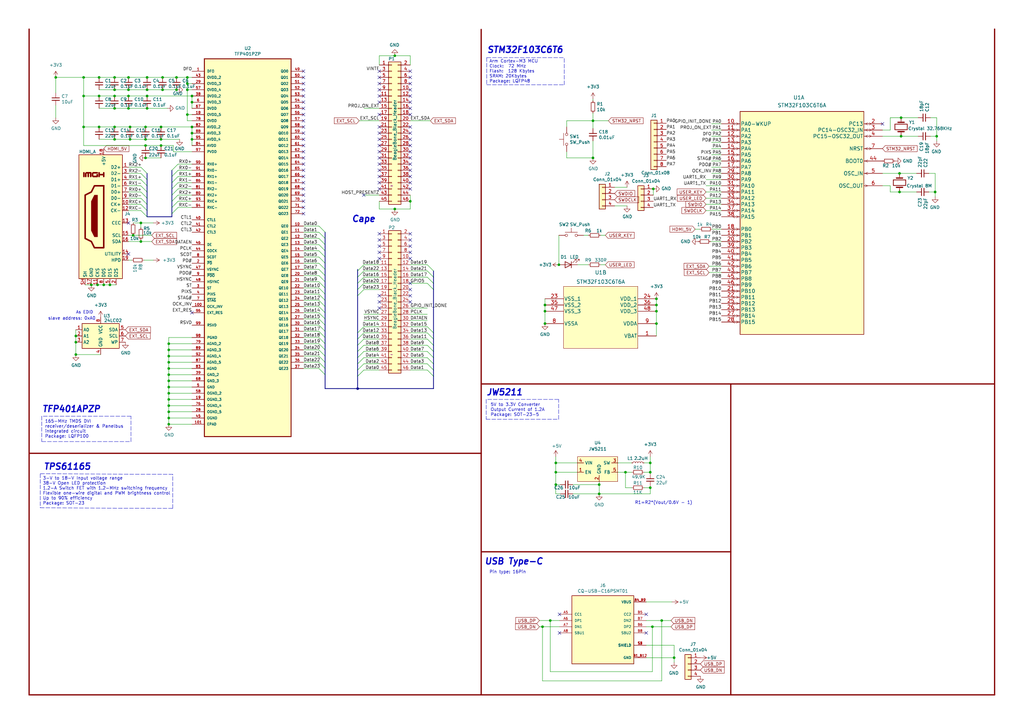
<source format=kicad_sch>
(kicad_sch (version 20211123) (generator eeschema)
  (paper "A3")
  (title_block (title "TFP401 HDMI-RGB Adapter Board") (date "2021-10-21") (rev "v0.1") (company "Open Hardware"))
  (lib_symbols
    (symbol "2021-12-19_04-36-34:STM32F103C6T6A" (pin_names (offset 0.254))
      (property "Reference" "U?" (at 33.02 11.43 0))
      (property "Value" "STM32F103C6T6A" (at 33.02 7.62 0))
      (symbol "STM32F103C6T6A_1_1"
        (pin bidirectional line (at 0 0 0) (length 7.62) (name "PA0-WKUP") (number "10"))
        (pin bidirectional line (at 0 -2.54 0) (length 7.62) (name "PA1") (number "11"))
        (pin bidirectional line (at 0 -5.08 0) (length 7.62) (name "PA2") (number "12"))
        (pin bidirectional line (at 0 -7.62 0) (length 7.62) (name "PA3") (number "13"))
        (pin bidirectional line (at 0 -10.16 0) (length 7.62) (name "PA4") (number "14"))
        (pin bidirectional line (at 0 -12.7 0) (length 7.62) (name "PA5") (number "15"))
        (pin bidirectional line (at 0 -15.24 0) (length 7.62) (name "PA6") (number "16"))
        (pin bidirectional line (at 0 -17.78 0) (length 7.62) (name "PA7") (number "17"))
        (pin bidirectional line (at 0 -43.18 0) (length 7.62) (name "PB0") (number "18"))
        (pin bidirectional line (at 0 -45.72 0) (length 7.62) (name "PB1") (number "19"))
        (pin bidirectional line (at 66.04 0 180) (length 7.62) (name "PC13") (number "2"))
        (pin bidirectional line (at 0 -48.26 0) (length 7.62) (name "PB2") (number "20"))
        (pin bidirectional line (at 0 -68.58 0) (length 7.62) (name "PB10") (number "21"))
        (pin bidirectional line (at 0 -71.12 0) (length 7.62) (name "PB11") (number "22"))
        (pin bidirectional line (at 0 -73.66 0) (length 7.62) (name "PB12") (number "25"))
        (pin bidirectional line (at 0 -76.2 0) (length 7.62) (name "PB13") (number "26"))
        (pin bidirectional line (at 0 -78.74 0) (length 7.62) (name "PB14") (number "27"))
        (pin bidirectional line (at 0 -81.28 0) (length 7.62) (name "PB15") (number "28"))
        (pin bidirectional line (at 0 -20.32 0) (length 7.62) (name "PA8") (number "29"))
        (pin bidirectional line (at 66.04 -2.54 180) (length 7.62) (name "PC14-OSC32_IN") (number "3"))
        (pin bidirectional line (at 0 -22.86 0) (length 7.62) (name "PA9") (number "30"))
        (pin bidirectional line (at 0 -25.4 0) (length 7.62) (name "PA10") (number "31"))
        (pin bidirectional line (at 0 -27.94 0) (length 7.62) (name "PA11") (number "32"))
        (pin bidirectional line (at 0 -30.48 0) (length 7.62) (name "PA12") (number "33"))
        (pin bidirectional line (at 0 -33.02 0) (length 7.62) (name "PA13") (number "34"))
        (pin bidirectional line (at 0 -35.56 0) (length 7.62) (name "PA14") (number "37"))
        (pin bidirectional line (at 0 -38.1 0) (length 7.62) (name "PA15") (number "38"))
        (pin bidirectional line (at 0 -50.8 0) (length 7.62) (name "PB3") (number "39"))
        (pin bidirectional line (at 66.04 -5.08 180) (length 7.62) (name "PC15-OSC32_OUT") (number "4"))
        (pin bidirectional line (at 0 -53.34 0) (length 7.62) (name "PB4") (number "40"))
        (pin bidirectional line (at 0 -55.88 0) (length 7.62) (name "PB5") (number "41"))
        (pin bidirectional line (at 0 -58.42 0) (length 7.62) (name "PB6") (number "42"))
        (pin bidirectional line (at 0 -60.96 0) (length 7.62) (name "PB7") (number "43"))
        (pin input line (at 66.04 -15.24 180) (length 7.62) (name "BOOT0") (number "44"))
        (pin bidirectional line (at 0 -63.5 0) (length 7.62) (name "PB8") (number "45"))
        (pin bidirectional line (at 0 -66.04 0) (length 7.62) (name "PB9") (number "46"))
        (pin input line (at 66.04 -20.32 180) (length 7.62) (name "OSC_IN") (number "5"))
        (pin output line (at 66.04 -25.4 180) (length 7.62) (name "OSC_OUT") (number "6"))
        (pin bidirectional line (at 66.04 -10.16 180) (length 7.62) (name "NRST") (number "7"))
      )
      (symbol "STM32F103C6T6A_2_1"
        (pin power_in line (at 45.72 -15.24 180) (length 7.62) (name "VBAT") (number "1"))
        (pin power_in line (at 0 0 0) (length 7.62) (name "VSS_1") (number "23"))
        (pin power_in line (at 45.72 0 180) (length 7.62) (name "VDD_1") (number "24"))
        (pin power_in line (at 0 -2.54 0) (length 7.62) (name "VSS_2") (number "35"))
        (pin power_in line (at 45.72 -2.54 180) (length 7.62) (name "VDD_2") (number "36"))
        (pin power_in line (at 0 -5.08 0) (length 7.62) (name "VSS_3") (number "47"))
        (pin power_in line (at 45.72 -5.08 180) (length 7.62) (name "VDD_3") (number "48"))
        (pin power_in line (at 0 -10.16 0) (length 7.62) (name "VSSA") (number "8"))
        (pin power_in line (at 45.72 -10.16 180) (length 7.62) (name "VDDA") (number "9"))
      )
    )
    (symbol "CQ-USB-C16PSMT01:CQ-USB-C16PSMT01" (pin_names (offset 1.016))
      (property "Reference" "J" (at -12.7 13.462 0))
      (property "Value" "CQ-USB-C16PSMT01_CQ-USB-C16PSMT01" (at -12.7 -16.002 0))
      (symbol "CQ-USB-C16PSMT01_0_0"
        (pin power_in line (at 17.78 -12.7 180) (length 5.08) (name "GND") (number "A1_B12"))
        (pin power_out line (at 17.78 10.16 180) (length 5.08) (name "VBUS") (number "A4_B9"))
        (pin bidirectional line (at -17.78 5.08 0) (length 5.08) (name "CC1") (number "A5"))
        (pin bidirectional line (at -17.78 2.54 0) (length 5.08) (name "DP1") (number "A6"))
        (pin bidirectional line (at -17.78 0 0) (length 5.08) (name "DN1") (number "A7"))
        (pin bidirectional line (at -17.78 -2.54 0) (length 5.08) (name "SBU1") (number "A8"))
        (pin power_in line (at 17.78 -12.7 180) (length 5.08) (name "GND") (number "B1_A12"))
        (pin power_out line (at 17.78 10.16 180) (length 5.08) (name "VBUS") (number "B4_A9"))
        (pin bidirectional line (at 17.78 5.08 180) (length 5.08) (name "CC2") (number "B5"))
        (pin bidirectional line (at 17.78 0 180) (length 5.08) (name "DP2") (number "B6"))
        (pin bidirectional line (at 17.78 2.54 180) (length 5.08) (name "DN2") (number "B7"))
        (pin bidirectional line (at 17.78 -2.54 180) (length 5.08) (name "SBU2") (number "B8"))
        (pin passive line (at 17.78 -7.62 180) (length 5.08) (name "SHIELD") (number "S1"))
        (pin passive line (at 17.78 -7.62 180) (length 5.08) (name "SHIELD") (number "S2"))
        (pin passive line (at 17.78 -7.62 180) (length 5.08) (name "SHIELD") (number "S3"))
        (pin passive line (at 17.78 -7.62 180) (length 5.08) (name "SHIELD") (number "S4"))
      )
    )
    (symbol "Connector:HDMI_A"
      (property "Reference" "J1" (at -10.922 1.1684 0))
      (property "Value" "HDMI_A" (at -10.922 -1.143 0))
      (symbol "HDMI_A_1_1"
        (pin passive line (at -10.16 20.32 0) (length 2.54) (name "D2+") (number "1"))
        (pin passive line (at -10.16 5.08 0) (length 2.54) (name "CK+") (number "10"))
        (pin power_in line (at 2.54 -27.94 90) (length 2.54) (name "CKS") (number "11"))
        (pin passive line (at -10.16 2.54 0) (length 2.54) (name "CK-") (number "12"))
        (pin bidirectional line (at -10.16 -2.54 0) (length 2.54) (name "CEC") (number "13"))
        (pin passive line (at -10.16 -15.24 0) (length 2.54) (name "UTILITY") (number "14"))
        (pin passive line (at -10.16 -7.62 0) (length 2.54) (name "SCL") (number "15"))
        (pin bidirectional line (at -10.16 -10.16 0) (length 2.54) (name "SDA") (number "16"))
        (pin power_in line (at 5.08 -27.94 90) (length 2.54) (name "GND") (number "17"))
        (pin power_out line (at 0 27.94 270) (length 2.54) (name "+5V") (number "18"))
        (pin passive line (at -10.16 -17.78 0) (length 2.54) (name "HPD") (number "19"))
        (pin power_in line (at -5.08 -27.94 90) (length 2.54) (name "D2S") (number "2"))
        (pin passive line (at -10.16 17.78 0) (length 2.54) (name "D2-") (number "3"))
        (pin passive line (at -10.16 15.24 0) (length 2.54) (name "D1+") (number "4"))
        (pin power_in line (at -2.54 -27.94 90) (length 2.54) (name "D1S") (number "5"))
        (pin passive line (at -10.16 12.7 0) (length 2.54) (name "D1-") (number "6"))
        (pin passive line (at -10.16 10.16 0) (length 2.54) (name "D0+") (number "7"))
        (pin power_in line (at 0 -27.94 90) (length 2.54) (name "D0S") (number "8"))
        (pin passive line (at -10.16 7.62 0) (length 2.54) (name "D0-") (number "9"))
        (pin passive line (at 7.62 -27.94 90) (length 2.54) (name "SH") (number "SH"))
      )
    )
    (symbol "Connector_Generic:Conn_01x04" (pin_names (offset 1.016) hide)
      (property "Reference" "J" (at 0 5.08 0))
      (property "Value" "Conn_01x04" (at 0 -7.62 0))
      (symbol "Conn_01x04_1_1"
        (pin passive line (at -5.08 2.54 0) (length 3.81) (name "Pin_1") (number "1"))
        (pin passive line (at -5.08 0 0) (length 3.81) (name "Pin_2") (number "2"))
        (pin passive line (at -5.08 -2.54 0) (length 3.81) (name "Pin_3") (number "3"))
        (pin passive line (at -5.08 -5.08 0) (length 3.81) (name "Pin_4") (number "4"))
      )
    )
    (symbol "Connector_Generic:Conn_01x08" (pin_names (offset 1.016) hide)
      (property "Reference" "J" (at 0 10.16 0))
      (property "Value" "Conn_01x08" (at 0 -12.7 0))
      (symbol "Conn_01x08_1_1"
        (pin passive line (at -5.08 7.62 0) (length 3.81) (name "Pin_1") (number "1"))
        (pin passive line (at -5.08 5.08 0) (length 3.81) (name "Pin_2") (number "2"))
        (pin passive line (at -5.08 2.54 0) (length 3.81) (name "Pin_3") (number "3"))
        (pin passive line (at -5.08 0 0) (length 3.81) (name "Pin_4") (number "4"))
        (pin passive line (at -5.08 -2.54 0) (length 3.81) (name "Pin_5") (number "5"))
        (pin passive line (at -5.08 -5.08 0) (length 3.81) (name "Pin_6") (number "6"))
        (pin passive line (at -5.08 -7.62 0) (length 3.81) (name "Pin_7") (number "7"))
        (pin passive line (at -5.08 -10.16 0) (length 3.81) (name "Pin_8") (number "8"))
      )
    )
    (symbol "Connector_Generic:Conn_02x23_Odd_Even" (pin_names (offset 1.016) hide)
      (property "Reference" "J" (at 1.27 30.48 0))
      (property "Value" "Conn_02x23_Odd_Even" (at 1.27 -30.48 0))
      (symbol "Conn_02x23_Odd_Even_1_1"
        (pin passive line (at -5.08 27.94 0) (length 3.81) (name "Pin_1") (number "1"))
        (pin passive line (at 7.62 17.78 180) (length 3.81) (name "Pin_10") (number "10"))
        (pin passive line (at -5.08 15.24 0) (length 3.81) (name "Pin_11") (number "11"))
        (pin passive line (at 7.62 15.24 180) (length 3.81) (name "Pin_12") (number "12"))
        (pin passive line (at -5.08 12.7 0) (length 3.81) (name "Pin_13") (number "13"))
        (pin passive line (at 7.62 12.7 180) (length 3.81) (name "Pin_14") (number "14"))
        (pin passive line (at -5.08 10.16 0) (length 3.81) (name "Pin_15") (number "15"))
        (pin passive line (at 7.62 10.16 180) (length 3.81) (name "Pin_16") (number "16"))
        (pin passive line (at -5.08 7.62 0) (length 3.81) (name "Pin_17") (number "17"))
        (pin passive line (at 7.62 7.62 180) (length 3.81) (name "Pin_18") (number "18"))
        (pin passive line (at -5.08 5.08 0) (length 3.81) (name "Pin_19") (number "19"))
        (pin passive line (at 7.62 27.94 180) (length 3.81) (name "Pin_2") (number "2"))
        (pin passive line (at 7.62 5.08 180) (length 3.81) (name "Pin_20") (number "20"))
        (pin passive line (at -5.08 2.54 0) (length 3.81) (name "Pin_21") (number "21"))
        (pin passive line (at 7.62 2.54 180) (length 3.81) (name "Pin_22") (number "22"))
        (pin passive line (at -5.08 0 0) (length 3.81) (name "Pin_23") (number "23"))
        (pin passive line (at 7.62 0 180) (length 3.81) (name "Pin_24") (number "24"))
        (pin passive line (at -5.08 -2.54 0) (length 3.81) (name "Pin_25") (number "25"))
        (pin passive line (at 7.62 -2.54 180) (length 3.81) (name "Pin_26") (number "26"))
        (pin passive line (at -5.08 -5.08 0) (length 3.81) (name "Pin_27") (number "27"))
        (pin passive line (at 7.62 -5.08 180) (length 3.81) (name "Pin_28") (number "28"))
        (pin passive line (at -5.08 -7.62 0) (length 3.81) (name "Pin_29") (number "29"))
        (pin passive line (at -5.08 25.4 0) (length 3.81) (name "Pin_3") (number "3"))
        (pin passive line (at 7.62 -7.62 180) (length 3.81) (name "Pin_30") (number "30"))
        (pin passive line (at -5.08 -10.16 0) (length 3.81) (name "Pin_31") (number "31"))
        (pin passive line (at 7.62 -10.16 180) (length 3.81) (name "Pin_32") (number "32"))
        (pin passive line (at -5.08 -12.7 0) (length 3.81) (name "Pin_33") (number "33"))
        (pin passive line (at 7.62 -12.7 180) (length 3.81) (name "Pin_34") (number "34"))
        (pin passive line (at -5.08 -15.24 0) (length 3.81) (name "Pin_35") (number "35"))
        (pin passive line (at 7.62 -15.24 180) (length 3.81) (name "Pin_36") (number "36"))
        (pin passive line (at -5.08 -17.78 0) (length 3.81) (name "Pin_37") (number "37"))
        (pin passive line (at 7.62 -17.78 180) (length 3.81) (name "Pin_38") (number "38"))
        (pin passive line (at -5.08 -20.32 0) (length 3.81) (name "Pin_39") (number "39"))
        (pin passive line (at 7.62 25.4 180) (length 3.81) (name "Pin_4") (number "4"))
        (pin passive line (at 7.62 -20.32 180) (length 3.81) (name "Pin_40") (number "40"))
        (pin passive line (at -5.08 -22.86 0) (length 3.81) (name "Pin_41") (number "41"))
        (pin passive line (at 7.62 -22.86 180) (length 3.81) (name "Pin_42") (number "42"))
        (pin passive line (at -5.08 -25.4 0) (length 3.81) (name "Pin_43") (number "43"))
        (pin passive line (at 7.62 -25.4 180) (length 3.81) (name "Pin_44") (number "44"))
        (pin passive line (at -5.08 -27.94 0) (length 3.81) (name "Pin_45") (number "45"))
        (pin passive line (at 7.62 -27.94 180) (length 3.81) (name "Pin_46") (number "46"))
        (pin passive line (at -5.08 22.86 0) (length 3.81) (name "Pin_5") (number "5"))
        (pin passive line (at 7.62 22.86 180) (length 3.81) (name "Pin_6") (number "6"))
        (pin passive line (at -5.08 20.32 0) (length 3.81) (name "Pin_7") (number "7"))
        (pin passive line (at 7.62 20.32 180) (length 3.81) (name "Pin_8") (number "8"))
        (pin passive line (at -5.08 17.78 0) (length 3.81) (name "Pin_9") (number "9"))
      )
    )
    (symbol "Device:C_Small" (pin_numbers hide) (pin_names (offset 0.254) hide)
      (property "Reference" "C" (at 0.254 1.778 0))
      (property "Value" "C_Small" (at 0.254 -2.032 0))
      (symbol "C_Small_1_1"
        (pin passive line (at 0 2.54 270) (length 2.032) (name "~") (number "1"))
        (pin passive line (at 0 -2.54 90) (length 2.032) (name "~") (number "2"))
      )
    )
    (symbol "Device:Crystal" (pin_numbers hide) (pin_names (offset 1.016) hide)
      (property "Reference" "Y" (at 0 3.81 0))
      (property "Value" "Crystal" (at 0 -3.81 0))
      (symbol "Crystal_1_1"
        (pin passive line (at -3.81 0 0) (length 1.27) (name "1") (number "1"))
        (pin passive line (at 3.81 0 180) (length 1.27) (name "2") (number "2"))
      )
    )
    (symbol "Device:LED" (pin_numbers hide) (pin_names (offset 1.016) hide)
      (property "Reference" "D" (at 0 2.54 0))
      (property "Value" "LED" (at 0 -2.54 0))
      (symbol "LED_1_1"
        (pin passive line (at -3.81 0 0) (length 2.54) (name "K") (number "1"))
        (pin passive line (at 3.81 0 180) (length 2.54) (name "A") (number "2"))
      )
    )
    (symbol "Device:L_Small" (pin_numbers hide) (pin_names (offset 0.254) hide)
      (property "Reference" "L" (at 0.762 1.016 0))
      (property "Value" "L_Small" (at 0.762 -1.016 0))
      (symbol "L_Small_1_1"
        (pin passive line (at 0 2.54 270) (length 0.508) (name "~") (number "1"))
        (pin passive line (at 0 -2.54 90) (length 0.508) (name "~") (number "2"))
      )
    )
    (symbol "Device:R_Small" (pin_numbers hide) (pin_names (offset 0.254) hide)
      (property "Reference" "R" (at 0.762 0.508 0))
      (property "Value" "R_Small" (at 0.762 -1.016 0))
      (symbol "R_Small_1_1"
        (pin passive line (at 0 2.54 270) (length 0.762) (name "~") (number "1"))
        (pin passive line (at 0 -2.54 90) (length 0.762) (name "~") (number "2"))
      )
    )
    (symbol "Memory_EEPROM:24LC02"
      (property "Reference" "U" (at -6.35 6.35 0))
      (property "Value" "24LC02" (at 1.27 6.35 0))
      (symbol "24LC02_1_1"
        (pin input line (at -10.16 2.54 0) (length 2.54) (name "A0") (number "1"))
        (pin input line (at -10.16 0 0) (length 2.54) (name "A1") (number "2"))
        (pin input line (at -10.16 -2.54 0) (length 2.54) (name "A2") (number "3"))
        (pin power_in line (at 0 -7.62 90) (length 2.54) (name "GND") (number "4"))
        (pin bidirectional line (at 10.16 2.54 180) (length 2.54) (name "SDA") (number "5"))
        (pin input line (at 10.16 0 180) (length 2.54) (name "SCL") (number "6"))
        (pin input line (at 10.16 -2.54 180) (length 2.54) (name "WP") (number "7"))
        (pin power_in line (at 0 7.62 270) (length 2.54) (name "VCC") (number "8"))
      )
    )
    (symbol "STM32F103C6T6A_1" (pin_names (offset 0.254))
      (property "Reference" "U?" (at 22.86 10.795 0))
      (property "Value" "STM32F103C6T6A" (at 22.86 6.985 0))
      (symbol "STM32F103C6T6A_1_1_1"
        (pin bidirectional line (at 0 0 0) (length 7.62) (name "PA0-WKUP") (number "10"))
        (pin bidirectional line (at 0 -2.54 0) (length 7.62) (name "PA1") (number "11"))
        (pin bidirectional line (at 0 -5.08 0) (length 7.62) (name "PA2") (number "12"))
        (pin bidirectional line (at 0 -7.62 0) (length 7.62) (name "PA3") (number "13"))
        (pin bidirectional line (at 0 -10.16 0) (length 7.62) (name "PA4") (number "14"))
        (pin bidirectional line (at 0 -12.7 0) (length 7.62) (name "PA5") (number "15"))
        (pin bidirectional line (at 0 -15.24 0) (length 7.62) (name "PA6") (number "16"))
        (pin bidirectional line (at 0 -17.78 0) (length 7.62) (name "PA7") (number "17"))
        (pin bidirectional line (at 0 -43.18 0) (length 7.62) (name "PB0") (number "18"))
        (pin bidirectional line (at 0 -45.72 0) (length 7.62) (name "PB1") (number "19"))
        (pin bidirectional line (at 66.04 0 180) (length 7.62) (name "PC13") (number "2"))
        (pin bidirectional line (at 0 -48.26 0) (length 7.62) (name "PB2") (number "20"))
        (pin bidirectional line (at 0 -68.58 0) (length 7.62) (name "PB10") (number "21"))
        (pin bidirectional line (at 0 -71.12 0) (length 7.62) (name "PB11") (number "22"))
        (pin bidirectional line (at 0 -73.66 0) (length 7.62) (name "PB12") (number "25"))
        (pin bidirectional line (at 0 -76.2 0) (length 7.62) (name "PB13") (number "26"))
        (pin bidirectional line (at 0 -78.74 0) (length 7.62) (name "PB14") (number "27"))
        (pin bidirectional line (at 0 -81.28 0) (length 7.62) (name "PB15") (number "28"))
        (pin bidirectional line (at 0 -20.32 0) (length 7.62) (name "PA8") (number "29"))
        (pin bidirectional line (at 66.04 -2.54 180) (length 7.62) (name "PC14-OSC32_IN") (number "3"))
        (pin bidirectional line (at 0 -22.86 0) (length 7.62) (name "PA9") (number "30"))
        (pin bidirectional line (at 0 -25.4 0) (length 7.62) (name "PA10") (number "31"))
        (pin bidirectional line (at 0 -27.94 0) (length 7.62) (name "PA11") (number "32"))
        (pin bidirectional line (at 0 -30.48 0) (length 7.62) (name "PA12") (number "33"))
        (pin bidirectional line (at 0 -33.02 0) (length 7.62) (name "PA13") (number "34"))
        (pin bidirectional line (at 0 -35.56 0) (length 7.62) (name "PA14") (number "37"))
        (pin bidirectional line (at 0 -38.1 0) (length 7.62) (name "PA15") (number "38"))
        (pin bidirectional line (at 0 -50.8 0) (length 7.62) (name "PB3") (number "39"))
        (pin bidirectional line (at 66.04 -5.08 180) (length 7.62) (name "PC15-OSC32_OUT") (number "4"))
        (pin bidirectional line (at 0 -53.34 0) (length 7.62) (name "PB4") (number "40"))
        (pin bidirectional line (at 0 -55.88 0) (length 7.62) (name "PB5") (number "41"))
        (pin bidirectional line (at 0 -58.42 0) (length 7.62) (name "PB6") (number "42"))
        (pin bidirectional line (at 0 -60.96 0) (length 7.62) (name "PB7") (number "43"))
        (pin input line (at 66.04 -15.24 180) (length 7.62) (name "BOOT0") (number "44"))
        (pin bidirectional line (at 0 -63.5 0) (length 7.62) (name "PB8") (number "45"))
        (pin bidirectional line (at 0 -66.04 0) (length 7.62) (name "PB9") (number "46"))
        (pin input line (at 66.04 -20.32 180) (length 7.62) (name "OSC_IN") (number "5"))
        (pin output line (at 66.04 -25.4 180) (length 7.62) (name "OSC_OUT") (number "6"))
        (pin bidirectional line (at 66.04 -10.16 180) (length 7.62) (name "NRST") (number "7"))
      )
      (symbol "STM32F103C6T6A_1_2_1"
        (pin power_in line (at 45.72 -15.24 180) (length 7.62) (name "VBAT") (number "1"))
        (pin power_in line (at 0 0 0) (length 7.62) (name "VSS_1") (number "23"))
        (pin power_in line (at 45.72 0 180) (length 7.62) (name "VDD_1") (number "24"))
        (pin power_in line (at 0 -2.54 0) (length 7.62) (name "VSS_2") (number "35"))
        (pin power_in line (at 45.72 -2.54 180) (length 7.62) (name "VDD_2") (number "36"))
        (pin power_in line (at 0 -5.08 0) (length 7.62) (name "VSS_3") (number "47"))
        (pin power_in line (at 45.72 -5.08 180) (length 7.62) (name "VDD_3") (number "48"))
        (pin power_in line (at 0 -10.16 0) (length 7.62) (name "VSSA") (number "8"))
        (pin power_in line (at 45.72 -10.16 180) (length 7.62) (name "VDDA") (number "9"))
      )
    )
    (symbol "Switch:SW_Push" (pin_numbers hide) (pin_names (offset 1.016) hide)
      (property "Reference" "SW" (at 1.27 2.54 0))
      (property "Value" "SW_Push" (at 0 -1.524 0))
      (symbol "SW_Push_0_1"
        (pin passive line (at -5.08 0 0) (length 2.54) (name "1") (number "1"))
        (pin passive line (at 5.08 0 180) (length 2.54) (name "2") (number "2"))
      )
    )
    (symbol "hdmi2rgb:JW5211"
      (property "Reference" "U" (at 0 0 0))
      (property "Value" "JW5211" (at 0 0 0))
      (symbol "JW5211_1_1"
        (pin input line (at 0 -10.16 0) (length 2.54) (name "EN") (number "1"))
        (pin power_in line (at 8.89 -13.97 90) (length 2.54) (name "GND") (number "2"))
        (pin input line (at 16.51 -6.35 180) (length 2.54) (name "SW") (number "3"))
        (pin input line (at 0 -6.35 0) (length 2.54) (name "VIN") (number "4"))
        (pin input line (at 16.51 -10.16 180) (length 2.54) (name "FB") (number "5"))
      )
    )
    (symbol "power:+3.3V" (power) (pin_names (offset 0))
      (property "Value" "+3.3V" (at 0 3.556 0))
      (symbol "+3.3V_1_1"
        (pin power_in line (at 0 0 90) (length 0) hide (name "+3V3") (number "1"))
      )
    )
    (symbol "power:+5V" (power) (pin_names (offset 0))
      (property "Value" "+5V" (at 0 3.556 0))
      (symbol "+5V_1_1"
        (pin power_in line (at 0 0 90) (length 0) hide (name "+5V") (number "1"))
      )
    )
    (symbol "power:GND" (power) (pin_names (offset 0))
      (property "Value" "GND" (at 0 -3.81 0))
      (symbol "GND_1_1"
        (pin power_in line (at 0 0 270) (length 0) hide (name "GND") (number "1"))
      )
    )
    (symbol "project-rescue:TFP401PZP-TFP401PZP" (pin_names (offset 1.016))
      (property "Reference" "U" (at -5.3848 77.9272 0))
      (property "Value" "TFP401PZP-TFP401PZP" (at -4.0132 -86.1568 0))
      (symbol "TFP401PZP-TFP401PZP_0_0"
        (pin input line (at -22.86 68.58 0) (length 5.08) (name "DFO") (number "1"))
        (pin output line (at 22.86 5.08 180) (length 5.08) (name "QE0") (number "10"))
        (pin input line (at -22.86 -27.94 0) (length 5.08) (name "OCK_INV") (number "100"))
        (pin passive line (at -22.86 -76.2 0) (length 5.08) (name "EPAD") (number "101"))
        (pin output line (at 22.86 2.54 180) (length 5.08) (name "QE1") (number "11"))
        (pin output line (at 22.86 0 180) (length 5.08) (name "QE2") (number "12"))
        (pin output line (at 22.86 -2.54 180) (length 5.08) (name "QE3") (number "13"))
        (pin output line (at 22.86 -5.08 180) (length 5.08) (name "QE4") (number "14"))
        (pin output line (at 22.86 -7.62 180) (length 5.08) (name "QE5") (number "15"))
        (pin output line (at 22.86 -10.16 180) (length 5.08) (name "QE6") (number "16"))
        (pin output line (at 22.86 -12.7 180) (length 5.08) (name "QE7") (number "17"))
        (pin power_in line (at -22.86 50.8 0) (length 5.08) (name "OVDD_5") (number "18"))
        (pin passive line (at -22.86 -66.04 0) (length 5.08) (name "OGND_3") (number "19"))
        (pin input line (at -22.86 -10.16 0) (length 5.08) (name "~{PD}") (number "2"))
        (pin output line (at 22.86 -15.24 180) (length 5.08) (name "QE8") (number "20"))
        (pin output line (at 22.86 -17.78 180) (length 5.08) (name "QE9") (number "21"))
        (pin output line (at 22.86 -20.32 180) (length 5.08) (name "QE10") (number "22"))
        (pin output line (at 22.86 -22.86 180) (length 5.08) (name "QE11") (number "23"))
        (pin output line (at 22.86 -25.4 180) (length 5.08) (name "QE12") (number "24"))
        (pin output line (at 22.86 -27.94 180) (length 5.08) (name "QE13") (number "25"))
        (pin output line (at 22.86 -30.48 180) (length 5.08) (name "QE14") (number "26"))
        (pin output line (at 22.86 -33.02 180) (length 5.08) (name "QE15") (number "27"))
        (pin passive line (at -22.86 -71.12 0) (length 5.08) (name "OGND_5") (number "28"))
        (pin power_in line (at -22.86 63.5 0) (length 5.08) (name "OVDD_3") (number "29"))
        (pin input line (at -22.86 -20.32 0) (length 5.08) (name "ST") (number "3"))
        (pin output line (at 22.86 -35.56 180) (length 5.08) (name "QE16") (number "30"))
        (pin output line (at 22.86 -38.1 180) (length 5.08) (name "QE17") (number "31"))
        (pin output line (at 22.86 -40.64 180) (length 5.08) (name "QE18") (number "32"))
        (pin output line (at 22.86 -43.18 180) (length 5.08) (name "QE19") (number "33"))
        (pin output line (at 22.86 -45.72 180) (length 5.08) (name "QE20") (number "34"))
        (pin output line (at 22.86 -48.26 180) (length 5.08) (name "QE21") (number "35"))
        (pin output line (at 22.86 -50.8 180) (length 5.08) (name "QE22") (number "36"))
        (pin output line (at 22.86 -53.34 180) (length 5.08) (name "QE23") (number "37"))
        (pin power_in line (at -22.86 58.42 0) (length 5.08) (name "DVDD_2") (number "38"))
        (pin passive line (at -22.86 -55.88 0) (length 5.08) (name "GND_2") (number "39"))
        (pin input line (at -22.86 -22.86 0) (length 5.08) (name "PIXS") (number "4"))
        (pin output line (at -22.86 7.62 0) (length 5.08) (name "CTL1") (number "40"))
        (pin output line (at -22.86 5.08 0) (length 5.08) (name "CTL2") (number "41"))
        (pin output line (at -22.86 2.54 0) (length 5.08) (name "CTL3") (number "42"))
        (pin power_in line (at -22.86 66.04 0) (length 5.08) (name "OVDD_2") (number "43"))
        (pin output line (at -22.86 -5.08 0) (length 5.08) (name "ODCK") (number "44"))
        (pin passive line (at -22.86 -73.66 0) (length 5.08) (name "OGND") (number "45"))
        (pin output line (at -22.86 -2.54 0) (length 5.08) (name "DE") (number "46"))
        (pin output line (at -22.86 -12.7 0) (length 5.08) (name "VSYNC") (number "47"))
        (pin output line (at -22.86 -17.78 0) (length 5.08) (name "HSYNC") (number "48"))
        (pin passive line (at 22.86 68.58 180) (length 5.08) (name "QO0") (number "49"))
        (pin passive line (at -22.86 -60.96 0) (length 5.08) (name "GND") (number "5"))
        (pin passive line (at 22.86 66.04 180) (length 5.08) (name "QO1") (number "50"))
        (pin passive line (at 22.86 63.5 180) (length 5.08) (name "QO2") (number "51"))
        (pin passive line (at 22.86 60.96 180) (length 5.08) (name "QO3") (number "52"))
        (pin passive line (at 22.86 58.42 180) (length 5.08) (name "QO4") (number "53"))
        (pin passive line (at 22.86 55.88 180) (length 5.08) (name "QO5") (number "54"))
        (pin passive line (at 22.86 53.34 180) (length 5.08) (name "QO6") (number "55"))
        (pin passive line (at 22.86 50.8 180) (length 5.08) (name "QO7") (number "56"))
        (pin power_in line (at -22.86 60.96 0) (length 5.08) (name "OVDD_4") (number "57"))
        (pin passive line (at 22.86 48.26 180) (length 5.08) (name "QO8") (number "57"))
        (pin passive line (at -22.86 -63.5 0) (length 5.08) (name "OGND_2") (number "58"))
        (pin passive line (at 22.86 45.72 180) (length 5.08) (name "QO9") (number "58"))
        (pin passive line (at 22.86 43.18 180) (length 5.08) (name "QO10") (number "59"))
        (pin power_in line (at -22.86 55.88 0) (length 5.08) (name "DVDD_3") (number "6"))
        (pin passive line (at 22.86 40.64 180) (length 5.08) (name "QO11") (number "60"))
        (pin passive line (at 22.86 38.1 180) (length 5.08) (name "QO12") (number "61"))
        (pin passive line (at 22.86 35.56 180) (length 5.08) (name "QO13") (number "62"))
        (pin passive line (at 22.86 33.02 180) (length 5.08) (name "QO14") (number "63"))
        (pin passive line (at 22.86 30.48 180) (length 5.08) (name "QO15") (number "64"))
        (pin passive line (at 22.86 27.94 180) (length 5.08) (name "QO16") (number "65"))
        (pin passive line (at 22.86 25.4 180) (length 5.08) (name "QO17") (number "66"))
        (pin power_in line (at -22.86 53.34 0) (length 5.08) (name "DVDD") (number "67"))
        (pin passive line (at 22.86 22.86 180) (length 5.08) (name "QO18") (number "67"))
        (pin passive line (at -22.86 -58.42 0) (length 5.08) (name "GND_3") (number "68"))
        (pin passive line (at 22.86 20.32 180) (length 5.08) (name "QO19") (number "68"))
        (pin passive line (at 22.86 17.78 180) (length 5.08) (name "QO20") (number "69"))
        (pin input line (at -22.86 -25.4 0) (length 5.08) (name "~{STAG}") (number "7"))
        (pin passive line (at 22.86 15.24 180) (length 5.08) (name "QO21") (number "70"))
        (pin passive line (at 22.86 12.7 180) (length 5.08) (name "QO22") (number "71"))
        (pin passive line (at 22.86 10.16 180) (length 5.08) (name "QO23") (number "72"))
        (pin passive line (at -22.86 -68.58 0) (length 5.08) (name "OGND_4") (number "76"))
        (pin power_in line (at -22.86 48.26 0) (length 5.08) (name "OVDD") (number "78"))
        (pin passive line (at -22.86 -43.18 0) (length 5.08) (name "AGND_2") (number "79"))
        (pin output line (at -22.86 -7.62 0) (length 5.08) (name "SCDT") (number "8"))
        (pin input line (at -22.86 17.78 0) (length 5.08) (name "RX2+") (number "80"))
        (pin input line (at -22.86 20.32 0) (length 5.08) (name "RX2-") (number "81"))
        (pin power_in line (at -22.86 45.72 0) (length 5.08) (name "AVDD_2") (number "82"))
        (pin passive line (at -22.86 -53.34 0) (length 5.08) (name "AGND") (number "83"))
        (pin power_in line (at -22.86 38.1 0) (length 5.08) (name "AVDD") (number "84"))
        (pin input line (at -22.86 25.4 0) (length 5.08) (name "RX1+") (number "85"))
        (pin input line (at -22.86 22.86 0) (length 5.08) (name "RX1-") (number "86"))
        (pin passive line (at -22.86 -50.8 0) (length 5.08) (name "AGND_5") (number "87"))
        (pin power_in line (at -22.86 43.18 0) (length 5.08) (name "AVDD_3") (number "88"))
        (pin passive line (at -22.86 -45.72 0) (length 5.08) (name "AGND_3") (number "89"))
        (pin input line (at -22.86 -15.24 0) (length 5.08) (name "~{PDO}") (number "9"))
        (pin input line (at -22.86 30.48 0) (length 5.08) (name "RX0+") (number "90"))
        (pin input line (at -22.86 27.94 0) (length 5.08) (name "RX0-") (number "91"))
        (pin passive line (at -22.86 -48.26 0) (length 5.08) (name "AGND_4") (number "92"))
        (pin input line (at -22.86 15.24 0) (length 5.08) (name "RXC+") (number "93"))
        (pin input line (at -22.86 12.7 0) (length 5.08) (name "RXC-") (number "94"))
        (pin power_in line (at -22.86 40.64 0) (length 5.08) (name "AVDD_4") (number "95"))
        (pin input line (at -22.86 -30.48 0) (length 5.08) (name "EXT_RES") (number "96"))
        (pin power_in line (at -22.86 35.56 0) (length 5.08) (name "PVDD") (number "97"))
        (pin passive line (at -22.86 -40.64 0) (length 5.08) (name "PGND") (number "98"))
        (pin input line (at -22.86 -35.56 0) (length 5.08) (name "RSVD") (number "99"))
      )
    )
  )
  (bus_alias "HDMI" (members "RX0+" "RX0-" "RX1+" "RX1-" "RX2+" "RX2-" "RXC+" "RXC-"))
  (bus_alias "USB" (members "USB_DP" "USB_DN"))
  (bus_alias "RGB" (members "Data0" "Data1" "Data2" "Data3" "Data4" "Data5" "Data6" "Data7" "Data8" "Data9" "Data10" "Data11" "Data12" "Data13" "Data14" "Data15" "Data16" "Data17" "Data18" "Data19" "Data20" "Data21" "Data22" "Data23" "Data24" "HSYNC" "VSYNC" "PCLK" "DE"))
  (bus_alias "I2C" (members))
  (junction (at 267.589 257.048))
  (junction (at 57.785 91.44))
  (junction (at 46.99 44.45))
  (junction (at 59.69 57.15))
  (junction (at 227.965 198.755))
  (junction (at 76.835 31.75))
  (junction (at 57.785 99.06))
  (junction (at 146.685 159.385))
  (junction (at 54.61 96.52))
  (junction (at 60.325 44.45))
  (junction (at 59.69 64.77))
  (junction (at 31.115 140.335))
  (junction (at 66.675 36.83))
  (junction (at 69.215 151.13))
  (junction (at 69.215 158.75))
  (junction (at 69.215 153.67))
  (junction (at 76.835 36.83))
  (junction (at 225.679 254.508))
  (junction (at 256.54 193.675))
  (junction (at 69.215 166.37))
  (junction (at 59.69 52.07))
  (junction (at 384.175 55.88))
  (junction (at 31.115 137.795))
  (junction (at 269.24 127.635))
  (junction (at 42.545 116.84))
  (junction (at 46.99 52.07))
  (junction (at 76.835 34.29))
  (junction (at 59.69 59.69))
  (junction (at 53.34 57.15))
  (junction (at 60.325 39.37))
  (junction (at 243.205 49.53))
  (junction (at 269.24 122.555))
  (junction (at 69.215 140.97))
  (junction (at 69.215 163.83))
  (junction (at 76.835 46.99))
  (junction (at 37.465 116.84))
  (junction (at 72.39 31.75))
  (junction (at 53.34 52.07))
  (junction (at 223.52 125.095))
  (junction (at 45.085 116.84))
  (junction (at 40.64 39.37))
  (junction (at 168.275 82.55))
  (junction (at 78.74 52.07))
  (junction (at 40.64 52.07))
  (junction (at 52.705 39.37))
  (junction (at 46.99 39.37))
  (junction (at 46.99 57.15))
  (junction (at 66.04 59.69))
  (junction (at 269.24 132.715))
  (junction (at 69.215 173.99))
  (junction (at 52.705 31.75))
  (junction (at 276.479 269.748))
  (junction (at 78.74 57.15))
  (junction (at 229.235 108.585))
  (junction (at 40.005 116.84))
  (junction (at 368.935 71.12))
  (junction (at 383.54 78.74))
  (junction (at 69.215 171.45))
  (junction (at 243.205 64.77))
  (junction (at 161.925 22.86))
  (junction (at 227.965 193.675))
  (junction (at 69.215 168.91))
  (junction (at 368.935 78.74))
  (junction (at 66.04 57.15))
  (junction (at 60.325 36.83))
  (junction (at 227.965 189.865))
  (junction (at 245.745 198.755))
  (junction (at 266.7 189.865))
  (junction (at 222.504 257.048))
  (junction (at 266.7 200.025))
  (junction (at 78.74 54.61))
  (junction (at 267.97 77.47))
  (junction (at 266.7 193.675))
  (junction (at 52.705 36.83))
  (junction (at 31.115 145.415))
  (junction (at 223.52 132.715))
  (junction (at 69.215 156.21))
  (junction (at 52.705 44.45))
  (junction (at 369.57 55.88))
  (junction (at 22.86 31.75))
  (junction (at 269.24 125.095))
  (junction (at 369.57 48.26))
  (junction (at 271.399 254.508))
  (junction (at 34.29 52.07))
  (junction (at 78.74 39.37))
  (junction (at 60.325 31.75))
  (junction (at 66.04 52.07))
  (junction (at 69.215 161.29))
  (junction (at 245.745 202.565))
  (junction (at 69.215 146.05))
  (junction (at 46.99 31.75))
  (junction (at 69.215 143.51))
  (junction (at 72.39 36.83))
  (junction (at 69.215 148.59))
  (junction (at 78.74 41.91))
  (junction (at 223.52 127.635))
  (junction (at 34.29 31.75))
  (junction (at 46.99 36.83))
  (junction (at 40.64 31.75))
  (junction (at 66.675 31.75))
  (junction (at 161.925 85.725))
  (junction (at 34.29 39.37))
  (no_connect (at 168.275 118.745))
  (no_connect (at 168.275 29.21))
  (no_connect (at 155.575 36.83))
  (no_connect (at 124.46 74.93))
  (no_connect (at 124.46 85.09))
  (no_connect (at 168.275 121.285))
  (no_connect (at 124.46 46.99))
  (no_connect (at 124.46 49.53))
  (no_connect (at 155.575 59.69))
  (no_connect (at 155.575 54.61))
  (no_connect (at 168.275 46.99))
  (no_connect (at 124.46 77.47))
  (no_connect (at 155.575 95.885))
  (no_connect (at 124.46 80.01))
  (no_connect (at 168.275 67.31))
  (no_connect (at 155.575 67.31))
  (no_connect (at 155.575 74.93))
  (no_connect (at 155.575 34.29))
  (no_connect (at 124.46 31.75))
  (no_connect (at 155.575 121.285))
  (no_connect (at 155.575 39.37))
  (no_connect (at 155.575 103.505))
  (no_connect (at 78.74 128.27))
  (no_connect (at 124.46 36.83))
  (no_connect (at 155.575 100.965))
  (no_connect (at 168.275 72.39))
  (no_connect (at 124.46 62.23))
  (no_connect (at 168.275 116.205))
  (no_connect (at 229.489 251.968))
  (no_connect (at 155.575 69.85))
  (no_connect (at 124.46 41.91))
  (no_connect (at 168.275 36.83))
  (no_connect (at 168.275 57.15))
  (no_connect (at 168.275 74.93))
  (no_connect (at 168.275 64.77))
  (no_connect (at 155.575 46.99))
  (no_connect (at 168.275 34.29))
  (no_connect (at 155.575 64.77))
  (no_connect (at 168.275 62.23))
  (no_connect (at 124.46 72.39))
  (no_connect (at 155.575 31.75))
  (no_connect (at 155.575 98.425))
  (no_connect (at 229.489 259.588))
  (no_connect (at 155.575 62.23))
  (no_connect (at 124.46 34.29))
  (no_connect (at 361.95 50.8))
  (no_connect (at 155.575 126.365))
  (no_connect (at 52.705 91.44))
  (no_connect (at 124.46 52.07))
  (no_connect (at 155.575 77.47))
  (no_connect (at 155.575 106.045))
  (no_connect (at 168.275 100.965))
  (no_connect (at 155.575 72.39))
  (no_connect (at 155.575 57.15))
  (no_connect (at 168.275 69.85))
  (no_connect (at 124.46 69.85))
  (no_connect (at 124.46 39.37))
  (no_connect (at 265.049 259.588))
  (no_connect (at 168.275 39.37))
  (no_connect (at 168.275 54.61))
  (no_connect (at 155.575 41.91))
  (no_connect (at 155.575 123.825))
  (no_connect (at 168.275 98.425))
  (no_connect (at 124.46 64.77))
  (no_connect (at 168.275 95.885))
  (no_connect (at 265.049 251.968))
  (no_connect (at 124.46 59.69))
  (no_connect (at 124.46 67.31))
  (no_connect (at 168.275 106.045))
  (no_connect (at 124.46 29.21))
  (no_connect (at 168.275 52.07))
  (no_connect (at 124.46 54.61))
  (no_connect (at 168.275 123.825))
  (no_connect (at 168.275 59.69))
  (no_connect (at 124.46 87.63))
  (no_connect (at 155.575 29.21))
  (no_connect (at 124.46 82.55))
  (no_connect (at 168.275 77.47))
  (no_connect (at 124.46 44.45))
  (no_connect (at 168.275 103.505))
  (no_connect (at 124.46 57.15))
  (no_connect (at 149.225 80.01))
  (no_connect (at 52.705 104.14))
  (no_connect (at 168.275 31.75))
  (no_connect (at 168.275 44.45))
  (no_connect (at 168.275 41.91))
  (no_connect (at 155.575 52.07))
  (bus_entry (at 130.81 100.33) (size 2.54 2.54))
  (bus_entry (at 175.26 146.685) (size 2.54 2.54))
  (bus_entry (at 175.26 149.225) (size 2.54 2.54))
  (bus_entry (at 130.81 151.13) (size 2.54 2.54))
  (bus_entry (at 57.785 83.82) (size 2.54 2.54))
  (bus_entry (at 130.81 105.41) (size 2.54 2.54))
  (bus_entry (at 130.81 140.97) (size 2.54 2.54))
  (bus_entry (at 73.025 80.01) (size -2.54 2.54))
  (bus_entry (at 175.26 136.525) (size 2.54 2.54))
  (bus_entry (at 130.81 110.49) (size 2.54 2.54))
  (bus_entry (at 175.26 141.605) (size 2.54 2.54))
  (bus_entry (at 130.81 115.57) (size 2.54 2.54))
  (bus_entry (at 149.225 136.525) (size -2.54 2.54))
  (bus_entry (at 130.81 133.35) (size 2.54 2.54))
  (bus_entry (at 130.81 146.05) (size 2.54 2.54))
  (bus_entry (at 130.81 143.51) (size 2.54 2.54))
  (bus_entry (at 175.26 133.985) (size 2.54 2.54))
  (bus_entry (at 149.225 141.605) (size -2.54 2.54))
  (bus_entry (at 57.785 68.58) (size 2.54 2.54))
  (bus_entry (at 130.81 92.71) (size 2.54 2.54))
  (bus_entry (at 149.225 116.205) (size -2.54 2.54))
  (bus_entry (at 130.81 113.03) (size 2.54 2.54))
  (bus_entry (at 175.26 151.765) (size 2.54 2.54))
  (bus_entry (at 73.025 67.31) (size -2.54 2.54))
  (bus_entry (at 130.81 138.43) (size 2.54 2.54))
  (bus_entry (at 149.225 149.225) (size -2.54 2.54))
  (bus_entry (at 130.81 95.25) (size 2.54 2.54))
  (bus_entry (at 175.26 111.125) (size 2.54 2.54))
  (bus_entry (at 57.785 86.36) (size 2.54 2.54))
  (bus_entry (at 175.26 113.665) (size 2.54 2.54))
  (bus_entry (at 175.26 139.065) (size 2.54 2.54))
  (bus_entry (at 130.81 123.19) (size 2.54 2.54))
  (bus_entry (at 149.225 113.665) (size -2.54 2.54))
  (bus_entry (at 149.225 118.745) (size -2.54 2.54))
  (bus_entry (at 149.225 108.585) (size -2.54 2.54))
  (bus_entry (at 57.785 73.66) (size 2.54 2.54))
  (bus_entry (at 130.81 120.65) (size 2.54 2.54))
  (bus_entry (at 57.785 76.2) (size 2.54 2.54))
  (bus_entry (at 175.26 108.585) (size 2.54 2.54))
  (bus_entry (at 130.81 118.11) (size 2.54 2.54))
  (bus_entry (at 130.81 125.73) (size 2.54 2.54))
  (bus_entry (at 57.785 78.74) (size 2.54 2.54))
  (bus_entry (at 73.025 85.09) (size -2.54 2.54))
  (bus_entry (at 130.81 128.27) (size 2.54 2.54))
  (bus_entry (at 149.225 144.145) (size -2.54 2.54))
  (bus_entry (at 73.025 82.55) (size -2.54 2.54))
  (bus_entry (at 149.225 139.065) (size -2.54 2.54))
  (bus_entry (at 130.81 107.95) (size 2.54 2.54))
  (bus_entry (at 175.26 144.145) (size 2.54 2.54))
  (bus_entry (at 130.81 148.59) (size 2.54 2.54))
  (bus_entry (at 130.81 102.87) (size 2.54 2.54))
  (bus_entry (at 149.225 133.985) (size -2.54 2.54))
  (bus_entry (at 149.225 151.765) (size -2.54 2.54))
  (bus_entry (at 149.225 146.685) (size -2.54 2.54))
  (bus_entry (at 57.785 81.28) (size 2.54 2.54))
  (bus_entry (at 130.81 97.79) (size 2.54 2.54))
  (bus_entry (at 57.785 71.12) (size 2.54 2.54))
  (bus_entry (at 149.225 111.125) (size -2.54 2.54))
  (bus_entry (at 73.025 69.85) (size -2.54 2.54))
  (bus_entry (at 175.26 116.205) (size 2.54 2.54))
  (bus_entry (at 73.025 72.39) (size -2.54 2.54))
  (bus_entry (at 73.025 77.47) (size -2.54 2.54))
  (bus_entry (at 130.81 130.81) (size 2.54 2.54))
  (bus_entry (at 73.025 74.93) (size -2.54 2.54))
  (bus_entry (at 130.81 135.89) (size 2.54 2.54))
  (wire (pts (xy 290.83 111.76) (xy 295.91 111.76)))
  (wire (pts (xy 295.91 83.82) (xy 289.56 83.82)))
  (wire (pts (xy 291.846 50.8) (xy 295.91 50.8)))
  (wire (pts (xy 130.81 118.11) (xy 124.46 118.11)))
  (wire (pts (xy 76.835 46.99) (xy 78.74 46.99)))
  (wire (pts (xy 40.005 116.84) (xy 37.465 116.84)))
  (wire (pts (xy 149.225 141.605) (xy 155.575 141.605)))
  (wire (pts (xy 66.675 31.75) (xy 60.325 31.75)))
  (wire (pts (xy 78.74 138.43) (xy 69.215 138.43)))
  (bus (pts (xy 70.485 80.01) (xy 70.485 82.55)))
  (wire (pts (xy 40.64 39.37) (xy 46.99 39.37)))
  (wire (pts (xy 130.81 110.49) (xy 124.46 110.49)))
  (polyline (pts (xy 197.358 12.065) (xy 197.358 284.988)) (stroke (width 0.508) (type solid) (color 132 0 0 1)))
  (wire (pts (xy 52.705 99.06) (xy 57.785 99.06)))
  (wire (pts (xy 130.81 102.87) (xy 124.46 102.87)))
  (wire (pts (xy 52.705 31.75) (xy 46.99 31.75)))
  (wire (pts (xy 78.74 54.61) (xy 78.74 52.07)))
  (polyline (pts (xy 199.644 23.622) (xy 231.394 23.622)))
  (wire (pts (xy 291.846 63.5) (xy 295.91 63.5)))
  (wire (pts (xy 223.52 127.635) (xy 223.52 132.715)))
  (wire (pts (xy 130.81 135.89) (xy 124.46 135.89)))
  (wire (pts (xy 76.835 36.83) (xy 78.74 36.83)))
  (wire (pts (xy 243.205 52.705) (xy 243.205 49.53)))
  (wire (pts (xy 130.81 107.95) (xy 124.46 107.95)))
  (wire (pts (xy 381.635 48.26) (xy 384.175 48.26)))
  (wire (pts (xy 76.835 31.75) (xy 72.39 31.75)))
  (wire (pts (xy 130.81 151.13) (xy 124.46 151.13)))
  (polyline (pts (xy 199.644 34.798) (xy 231.394 34.798)))
  (wire (pts (xy 130.81 140.97) (xy 124.46 140.97)))
  (wire (pts (xy 168.275 22.86) (xy 161.925 22.86)))
  (wire (pts (xy 62.23 96.52) (xy 54.61 96.52)))
  (bus (pts (xy 60.325 86.36) (xy 60.325 88.9)))
  (bus (pts (xy 146.685 139.065) (xy 146.685 141.605)))
  (wire (pts (xy 295.91 86.36) (xy 289.56 86.36)))
  (wire (pts (xy 57.785 81.28) (xy 52.705 81.28)))
  (wire (pts (xy 76.835 46.99) (xy 76.835 36.83)))
  (polyline (pts (xy 70.866 208.534) (xy 70.866 194.564)))
  (wire (pts (xy 245.745 202.565) (xy 245.745 198.755)))
  (polyline (pts (xy 299.72 157.48) (xy 299.72 284.988)) (stroke (width 0.508) (type solid) (color 132 0 0 1)))
  (wire (pts (xy 155.575 26.67) (xy 155.575 22.86)))
  (wire (pts (xy 168.275 108.585) (xy 175.26 108.585)))
  (wire (pts (xy 168.275 141.605) (xy 175.26 141.605)))
  (wire (pts (xy 52.705 73.66) (xy 57.785 73.66)))
  (wire (pts (xy 168.275 149.225) (xy 175.26 149.225)))
  (wire (pts (xy 69.215 163.83) (xy 69.215 166.37)))
  (bus (pts (xy 133.35 125.73) (xy 133.35 128.27)))
  (wire (pts (xy 245.745 198.755) (xy 245.745 197.485)))
  (wire (pts (xy 73.025 85.09) (xy 78.74 85.09)))
  (bus (pts (xy 133.35 110.49) (xy 133.35 113.03)))
  (wire (pts (xy 149.225 133.985) (xy 155.575 133.985)))
  (wire (pts (xy 168.275 116.205) (xy 175.26 116.205)))
  (wire (pts (xy 222.504 279.273) (xy 222.504 257.048)))
  (bus (pts (xy 133.35 115.57) (xy 133.35 118.11)))
  (wire (pts (xy 246.38 96.52) (xy 248.285 96.52)))
  (wire (pts (xy 149.225 44.45) (xy 155.575 44.45)))
  (wire (pts (xy 149.225 113.665) (xy 155.575 113.665)))
  (wire (pts (xy 227.965 198.755) (xy 227.965 202.565)))
  (wire (pts (xy 46.99 31.75) (xy 40.64 31.75)))
  (wire (pts (xy 149.225 149.225) (xy 155.575 149.225)))
  (bus (pts (xy 133.35 143.51) (xy 133.35 146.05)))
  (bus (pts (xy 146.685 113.665) (xy 146.685 116.205)))
  (wire (pts (xy 130.81 146.05) (xy 124.46 146.05)))
  (wire (pts (xy 266.7 189.865) (xy 264.16 189.865)))
  (wire (pts (xy 59.69 57.15) (xy 66.04 57.15)))
  (wire (pts (xy 41.275 145.415) (xy 31.115 145.415)))
  (wire (pts (xy 381 71.12) (xy 383.54 71.12)))
  (bus (pts (xy 177.8 144.145) (xy 177.8 146.685)))
  (wire (pts (xy 78.74 146.05) (xy 69.215 146.05)))
  (wire (pts (xy 78.74 57.15) (xy 78.74 54.61)))
  (polyline (pts (xy 199.644 23.622) (xy 199.644 34.798)))
  (wire (pts (xy 225.679 254.508) (xy 229.489 254.508)))
  (wire (pts (xy 69.215 163.83) (xy 78.74 163.83)))
  (bus (pts (xy 133.35 120.65) (xy 133.35 123.19)))
  (wire (pts (xy 246.38 108.585) (xy 248.285 108.585)))
  (wire (pts (xy 130.81 133.35) (xy 124.46 133.35)))
  (wire (pts (xy 124.46 113.03) (xy 130.81 113.03)))
  (wire (pts (xy 52.705 78.74) (xy 57.785 78.74)))
  (bus (pts (xy 133.35 113.03) (xy 133.35 115.57)))
  (wire (pts (xy 252.095 84.455) (xy 257.175 84.455)))
  (wire (pts (xy 66.04 52.07) (xy 59.69 52.07)))
  (bus (pts (xy 177.8 111.125) (xy 177.8 113.665)))
  (wire (pts (xy 365.125 53.34) (xy 365.125 48.26)))
  (wire (pts (xy 54.61 91.44) (xy 57.785 91.44)))
  (bus (pts (xy 133.35 118.11) (xy 133.35 120.65)))
  (wire (pts (xy 78.74 158.75) (xy 69.215 158.75)))
  (wire (pts (xy 271.399 254.508) (xy 275.209 254.508)))
  (wire (pts (xy 384.175 48.26) (xy 384.175 55.88)))
  (bus (pts (xy 133.35 148.59) (xy 133.35 151.13)))
  (wire (pts (xy 155.575 82.55) (xy 155.575 85.725)))
  (wire (pts (xy 155.575 116.205) (xy 149.225 116.205)))
  (bus (pts (xy 133.35 102.87) (xy 133.35 105.41)))
  (bus (pts (xy 177.8 151.765) (xy 177.8 154.305)))
  (wire (pts (xy 291.465 99.06) (xy 295.91 99.06)))
  (wire (pts (xy 34.29 39.37) (xy 34.29 52.07)))
  (wire (pts (xy 46.99 52.07) (xy 40.64 52.07)))
  (wire (pts (xy 361.95 71.12) (xy 368.935 71.12)))
  (wire (pts (xy 78.74 67.31) (xy 73.025 67.31)))
  (wire (pts (xy 45.085 116.84) (xy 42.545 116.84)))
  (bus (pts (xy 177.8 149.225) (xy 177.8 151.765)))
  (polyline (pts (xy 16.51 208.28) (xy 70.866 208.534)))
  (bus (pts (xy 146.685 151.765) (xy 146.685 154.305)))
  (wire (pts (xy 368.935 78.74) (xy 375.92 78.74)))
  (wire (pts (xy 130.81 105.41) (xy 124.46 105.41)))
  (wire (pts (xy 227.965 189.865) (xy 236.855 189.865)))
  (wire (pts (xy 130.81 95.25) (xy 124.46 95.25)))
  (polyline (pts (xy 70.866 194.564) (xy 16.51 194.31)))
  (wire (pts (xy 295.91 76.2) (xy 289.56 76.2)))
  (wire (pts (xy 253.365 189.865) (xy 259.08 189.865)))
  (polyline (pts (xy 16.51 194.31) (xy 16.51 208.28)))
  (wire (pts (xy 361.95 53.34) (xy 365.125 53.34)))
  (wire (pts (xy 265.049 269.748) (xy 276.479 269.748)))
  (wire (pts (xy 73.025 77.47) (xy 78.74 77.47)))
  (wire (pts (xy 69.215 153.67) (xy 69.215 156.21)))
  (wire (pts (xy 168.275 82.55) (xy 168.275 85.725)))
  (wire (pts (xy 130.81 115.57) (xy 124.46 115.57)))
  (wire (pts (xy 155.575 85.725) (xy 161.925 85.725)))
  (wire (pts (xy 69.215 148.59) (xy 69.215 151.13)))
  (wire (pts (xy 52.705 39.37) (xy 60.325 39.37)))
  (wire (pts (xy 78.74 151.13) (xy 69.215 151.13)))
  (wire (pts (xy 69.215 146.05) (xy 69.215 148.59)))
  (wire (pts (xy 291.846 55.88) (xy 295.91 55.88)))
  (wire (pts (xy 291.846 58.42) (xy 295.91 58.42)))
  (wire (pts (xy 78.74 156.21) (xy 69.215 156.21)))
  (wire (pts (xy 168.275 144.145) (xy 175.26 144.145)))
  (wire (pts (xy 225.679 254.508) (xy 225.679 275.463)))
  (wire (pts (xy 291.846 68.58) (xy 295.91 68.58)))
  (wire (pts (xy 365.125 48.26) (xy 369.57 48.26)))
  (wire (pts (xy 266.7 187.325) (xy 266.7 189.865)))
  (wire (pts (xy 31.115 135.255) (xy 31.115 137.795)))
  (wire (pts (xy 57.785 91.44) (xy 62.865 91.44)))
  (wire (pts (xy 168.275 136.525) (xy 175.26 136.525)))
  (wire (pts (xy 383.54 71.12) (xy 383.54 78.74)))
  (bus (pts (xy 133.35 130.81) (xy 133.35 133.35)))
  (wire (pts (xy 259.08 200.025) (xy 256.54 200.025)))
  (wire (pts (xy 168.275 139.065) (xy 175.26 139.065)))
  (wire (pts (xy 124.46 143.51) (xy 130.81 143.51)))
  (wire (pts (xy 227.965 198.755) (xy 229.87 198.755)))
  (wire (pts (xy 130.81 100.33) (xy 124.46 100.33)))
  (polyline (pts (xy 17.145 170.688) (xy 17.145 181.102)))
  (wire (pts (xy 266.7 193.675) (xy 266.7 189.865)))
  (wire (pts (xy 155.575 22.86) (xy 161.925 22.86)))
  (wire (pts (xy 57.785 86.36) (xy 52.705 86.36)))
  (wire (pts (xy 69.215 156.21) (xy 69.215 158.75)))
  (polyline (pts (xy 231.394 34.798) (xy 231.394 23.622)))
  (bus (pts (xy 177.8 116.205) (xy 177.8 118.745)))
  (wire (pts (xy 69.215 168.91) (xy 69.215 171.45)))
  (wire (pts (xy 295.91 78.74) (xy 289.56 78.74)))
  (wire (pts (xy 245.745 202.565) (xy 266.7 202.565)))
  (wire (pts (xy 276.479 264.668) (xy 276.479 269.748)))
  (wire (pts (xy 264.16 200.025) (xy 266.7 200.025)))
  (bus (pts (xy 146.685 136.525) (xy 146.685 139.065)))
  (bus (pts (xy 177.8 139.065) (xy 177.8 141.605)))
  (wire (pts (xy 130.81 92.71) (xy 124.46 92.71)))
  (wire (pts (xy 73.025 69.85) (xy 78.74 69.85)))
  (wire (pts (xy 66.04 57.15) (xy 73.66 57.15)))
  (wire (pts (xy 71.12 59.69) (xy 71.12 62.23)))
  (wire (pts (xy 22.86 31.75) (xy 34.29 31.75)))
  (bus (pts (xy 146.685 111.125) (xy 146.685 113.665)))
  (wire (pts (xy 168.275 80.01) (xy 168.275 82.55)))
  (bus (pts (xy 133.35 97.79) (xy 133.35 100.33)))
  (bus (pts (xy 60.325 71.12) (xy 60.325 73.66)))
  (polyline (pts (xy 53.721 181.102) (xy 53.721 170.688)))
  (wire (pts (xy 22.86 48.26) (xy 22.86 43.18)))
  (wire (pts (xy 265.049 254.508) (xy 271.399 254.508)))
  (wire (pts (xy 124.46 128.27) (xy 130.81 128.27)))
  (wire (pts (xy 368.935 71.12) (xy 375.92 71.12)))
  (wire (pts (xy 34.29 52.07) (xy 34.29 59.69)))
  (bus (pts (xy 70.485 69.85) (xy 70.485 72.39)))
  (wire (pts (xy 276.479 271.653) (xy 276.479 269.748)))
  (wire (pts (xy 31.115 140.335) (xy 31.115 145.415)))
  (wire (pts (xy 221.234 257.048) (xy 222.504 257.048)))
  (wire (pts (xy 57.785 71.12) (xy 52.705 71.12)))
  (wire (pts (xy 236.855 193.675) (xy 227.965 193.675)))
  (wire (pts (xy 78.74 173.99) (xy 69.215 173.99)))
  (wire (pts (xy 269.24 122.555) (xy 269.24 125.095)))
  (bus (pts (xy 133.35 140.97) (xy 133.35 143.51)))
  (wire (pts (xy 253.365 193.675) (xy 256.54 193.675)))
  (wire (pts (xy 59.055 106.68) (xy 62.865 106.68)))
  (wire (pts (xy 292.1 93.98) (xy 295.91 93.98)))
  (wire (pts (xy 78.74 140.97) (xy 69.215 140.97)))
  (bus (pts (xy 133.35 105.41) (xy 133.35 107.95)))
  (wire (pts (xy 243.205 49.53) (xy 243.205 46.355)))
  (wire (pts (xy 66.04 59.69) (xy 71.12 59.69)))
  (wire (pts (xy 78.74 49.53) (xy 76.835 49.53)))
  (polyline (pts (xy 407.924 11.938) (xy 407.924 284.988)) (stroke (width 0.508) (type solid) (color 132 0 0 1)))
  (wire (pts (xy 34.29 59.69) (xy 59.69 59.69)))
  (wire (pts (xy 42.545 116.84) (xy 40.005 116.84)))
  (bus (pts (xy 70.485 72.39) (xy 70.485 74.93)))
  (wire (pts (xy 222.504 279.273) (xy 271.399 279.273)))
  (wire (pts (xy 69.215 151.13) (xy 69.215 153.67)))
  (wire (pts (xy 243.205 41.275) (xy 243.205 40.64)))
  (wire (pts (xy 295.91 109.22) (xy 290.83 109.22)))
  (bus (pts (xy 60.325 81.28) (xy 60.325 83.82)))
  (bus (pts (xy 133.35 135.89) (xy 133.35 138.43)))
  (wire (pts (xy 71.12 62.23) (xy 78.74 62.23)))
  (bus (pts (xy 133.35 123.19) (xy 133.35 125.73)))
  (wire (pts (xy 267.589 257.048) (xy 275.209 257.048)))
  (bus (pts (xy 146.685 110.49) (xy 146.685 111.125)))
  (wire (pts (xy 52.705 68.58) (xy 57.785 68.58)))
  (bus (pts (xy 133.35 100.33) (xy 133.35 102.87)))
  (wire (pts (xy 168.275 26.67) (xy 168.275 22.86)))
  (wire (pts (xy 227.965 189.865) (xy 227.965 193.675)))
  (bus (pts (xy 133.35 107.95) (xy 133.35 110.49)))
  (wire (pts (xy 232.41 52.07) (xy 232.41 49.53)))
  (wire (pts (xy 295.91 81.28) (xy 289.56 81.28)))
  (wire (pts (xy 168.275 128.905) (xy 175.26 128.905)))
  (bus (pts (xy 146.685 154.305) (xy 146.685 159.385)))
  (bus (pts (xy 70.485 82.55) (xy 70.485 85.09)))
  (bus (pts (xy 133.35 146.05) (xy 133.35 148.59)))
  (wire (pts (xy 384.175 55.88) (xy 384.175 57.785)))
  (wire (pts (xy 78.74 148.59) (xy 69.215 148.59)))
  (wire (pts (xy 60.325 44.45) (xy 68.58 44.45)))
  (wire (pts (xy 149.225 139.065) (xy 155.575 139.065)))
  (wire (pts (xy 78.74 171.45) (xy 69.215 171.45)))
  (wire (pts (xy 256.54 200.025) (xy 256.54 193.675)))
  (polyline (pts (xy 11.938 284.988) (xy 11.938 11.938)) (stroke (width 0.508) (type solid) (color 132 0 0 1)))
  (wire (pts (xy 130.81 138.43) (xy 124.46 138.43)))
  (wire (pts (xy 168.275 49.53) (xy 176.53 49.53)))
  (polyline (pts (xy 197.358 226.314) (xy 197.612 226.314)))
  (wire (pts (xy 149.225 144.145) (xy 155.575 144.145)))
  (bus (pts (xy 70.485 87.63) (xy 70.485 88.9)))
  (wire (pts (xy 46.99 39.37) (xy 52.705 39.37)))
  (wire (pts (xy 168.275 151.765) (xy 175.26 151.765)))
  (wire (pts (xy 232.41 64.77) (xy 232.41 62.23)))
  (wire (pts (xy 369.57 55.88) (xy 376.555 55.88)))
  (wire (pts (xy 155.575 131.445) (xy 149.225 131.445)))
  (wire (pts (xy 76.835 34.29) (xy 76.835 31.75)))
  (bus (pts (xy 177.8 113.665) (xy 177.8 116.205)))
  (wire (pts (xy 69.215 143.51) (xy 69.215 146.05)))
  (wire (pts (xy 149.225 111.125) (xy 155.575 111.125)))
  (bus (pts (xy 146.685 159.385) (xy 177.8 159.385)))
  (wire (pts (xy 267.97 77.47) (xy 267.97 80.01)))
  (wire (pts (xy 265.049 264.668) (xy 276.479 264.668)))
  (bus (pts (xy 133.35 138.43) (xy 133.35 140.97)))
  (wire (pts (xy 78.74 59.69) (xy 78.74 57.15)))
  (wire (pts (xy 168.275 113.665) (xy 175.26 113.665)))
  (wire (pts (xy 168.275 126.365) (xy 175.26 126.365)))
  (wire (pts (xy 47.625 116.84) (xy 45.085 116.84)))
  (wire (pts (xy 168.275 133.985) (xy 175.26 133.985)))
  (wire (pts (xy 291.846 53.34) (xy 295.91 53.34)))
  (bus (pts (xy 177.8 136.525) (xy 177.8 139.065)))
  (wire (pts (xy 76.835 36.83) (xy 76.835 34.29)))
  (wire (pts (xy 22.86 31.75) (xy 22.86 38.1)))
  (wire (pts (xy 69.215 161.29) (xy 69.215 163.83)))
  (wire (pts (xy 57.785 98.425) (xy 57.785 99.06)))
  (polyline (pts (xy 197.612 226.314) (xy 299.72 226.314)) (stroke (width 0.508) (type solid) (color 132 0 0 1)))
  (wire (pts (xy 168.275 85.725) (xy 161.925 85.725)))
  (polyline (pts (xy 17.145 181.102) (xy 53.721 181.102)))
  (wire (pts (xy 73.025 72.39) (xy 78.74 72.39)))
  (wire (pts (xy 149.225 151.765) (xy 155.575 151.765)))
  (bus (pts (xy 133.35 159.385) (xy 146.685 159.385)))
  (wire (pts (xy 57.785 83.82) (xy 52.705 83.82)))
  (wire (pts (xy 252.095 76.835) (xy 257.175 76.835)))
  (bus (pts (xy 133.35 95.25) (xy 133.35 97.79)))
  (wire (pts (xy 60.325 39.37) (xy 78.74 39.37)))
  (wire (pts (xy 130.81 123.19) (xy 124.46 123.19)))
  (bus (pts (xy 146.685 144.145) (xy 146.685 146.685)))
  (bus (pts (xy 177.8 118.745) (xy 177.8 136.525)))
  (wire (pts (xy 78.74 143.51) (xy 69.215 143.51)))
  (wire (pts (xy 40.64 52.07) (xy 34.29 52.07)))
  (bus (pts (xy 146.685 146.685) (xy 146.685 149.225)))
  (bus (pts (xy 133.35 133.35) (xy 133.35 135.89)))
  (wire (pts (xy 34.29 31.75) (xy 34.29 39.37)))
  (polyline (pts (xy 197.358 226.568) (xy 197.358 226.822)))
  (wire (pts (xy 130.81 148.59) (xy 124.46 148.59)))
  (bus (pts (xy 177.8 146.685) (xy 177.8 149.225)))
  (bus (pts (xy 60.325 83.82) (xy 60.325 86.36)))
  (wire (pts (xy 69.215 138.43) (xy 69.215 140.97)))
  (wire (pts (xy 40.64 36.83) (xy 46.99 36.83)))
  (wire (pts (xy 78.74 44.45) (xy 78.74 41.91)))
  (wire (pts (xy 175.26 146.685) (xy 168.275 146.685)))
  (wire (pts (xy 264.16 193.675) (xy 266.7 193.675)))
  (wire (pts (xy 243.205 64.77) (xy 243.205 57.785)))
  (wire (pts (xy 225.679 275.463) (xy 267.589 275.463)))
  (wire (pts (xy 40.64 57.15) (xy 46.99 57.15)))
  (wire (pts (xy 155.575 146.685) (xy 149.225 146.685)))
  (wire (pts (xy 365.125 76.2) (xy 365.125 78.74)))
  (wire (pts (xy 46.99 36.83) (xy 52.705 36.83)))
  (wire (pts (xy 266.7 202.565) (xy 266.7 200.025)))
  (wire (pts (xy 46.99 44.45) (xy 52.705 44.45)))
  (bus (pts (xy 146.685 149.225) (xy 146.685 151.765)))
  (wire (pts (xy 234.95 202.565) (xy 245.745 202.565)))
  (polyline (pts (xy 229.108 163.83) (xy 199.39 163.83)))
  (wire (pts (xy 234.95 198.755) (xy 245.745 198.755)))
  (wire (pts (xy 361.95 76.2) (xy 365.125 76.2)))
  (wire (pts (xy 221.234 254.508) (xy 225.679 254.508)))
  (wire (pts (xy 256.54 193.675) (xy 259.08 193.675)))
  (wire (pts (xy 383.54 78.74) (xy 383.54 80.645)))
  (wire (pts (xy 229.235 108.585) (xy 229.235 96.52)))
  (wire (pts (xy 223.52 125.095) (xy 223.52 127.635)))
  (wire (pts (xy 130.81 125.73) (xy 124.46 125.73)))
  (wire (pts (xy 78.74 39.37) (xy 78.74 41.91)))
  (wire (pts (xy 52.705 106.68) (xy 53.975 106.68)))
  (wire (pts (xy 149.225 108.585) (xy 155.575 108.585)))
  (wire (pts (xy 149.225 118.745) (xy 155.575 118.745)))
  (wire (pts (xy 66.04 64.77) (xy 59.69 64.77)))
  (wire (pts (xy 73.025 74.93) (xy 78.74 74.93)))
  (wire (pts (xy 72.39 31.75) (xy 66.675 31.75)))
  (wire (pts (xy 147.32 49.53) (xy 155.575 49.53)))
  (wire (pts (xy 31.115 137.795) (xy 31.115 140.335)))
  (wire (pts (xy 269.24 125.095) (xy 269.24 127.635)))
  (wire (pts (xy 155.575 80.01) (xy 149.225 80.01)))
  (wire (pts (xy 78.74 153.67) (xy 69.215 153.67)))
  (wire (pts (xy 73.025 80.01) (xy 78.74 80.01)))
  (wire (pts (xy 227.965 189.865) (xy 227.965 187.325)))
  (wire (pts (xy 381.635 55.88) (xy 384.175 55.88)))
  (wire (pts (xy 124.46 97.79) (xy 130.81 97.79)))
  (wire (pts (xy 265.049 257.048) (xy 267.589 257.048)))
  (wire (pts (xy 295.91 73.66) (xy 289.56 73.66)))
  (wire (pts (xy 34.925 116.84) (xy 37.465 116.84)))
  (wire (pts (xy 149.225 128.905) (xy 155.575 128.905)))
  (wire (pts (xy 76.835 34.29) (xy 78.74 34.29)))
  (bus (pts (xy 146.685 118.745) (xy 146.685 121.285)))
  (wire (pts (xy 266.7 200.025) (xy 266.7 199.39)))
  (bus (pts (xy 60.325 78.74) (xy 60.325 81.28)))
  (wire (pts (xy 291.846 71.12) (xy 295.91 71.12)))
  (wire (pts (xy 53.34 52.07) (xy 46.99 52.07)))
  (bus (pts (xy 70.485 74.93) (xy 70.485 77.47)))
  (wire (pts (xy 149.225 136.525) (xy 155.575 136.525)))
  (wire (pts (xy 78.74 52.07) (xy 66.04 52.07)))
  (wire (pts (xy 40.64 44.45) (xy 46.99 44.45)))
  (wire (pts (xy 369.57 48.26) (xy 376.555 48.26)))
  (wire (pts (xy 223.52 122.555) (xy 223.52 125.095)))
  (wire (pts (xy 271.399 279.273) (xy 271.399 254.508)))
  (wire (pts (xy 236.855 108.585) (xy 241.3 108.585)))
  (wire (pts (xy 291.846 66.04) (xy 295.91 66.04)))
  (bus (pts (xy 70.485 77.47) (xy 70.485 80.01)))
  (polyline (pts (xy 199.39 171.958) (xy 229.108 171.958)))
  (bus (pts (xy 60.325 73.66) (xy 60.325 76.2)))
  (bus (pts (xy 177.8 141.605) (xy 177.8 144.145)))
  (wire (pts (xy 130.81 120.65) (xy 124.46 120.65)))
  (wire (pts (xy 69.215 171.45) (xy 69.215 173.99)))
  (wire (pts (xy 365.125 78.74) (xy 368.935 78.74)))
  (wire (pts (xy 227.965 202.565) (xy 229.87 202.565)))
  (wire (pts (xy 78.74 161.29) (xy 69.215 161.29)))
  (bus (pts (xy 146.685 121.285) (xy 146.685 136.525)))
  (wire (pts (xy 168.275 131.445) (xy 175.26 131.445)))
  (wire (pts (xy 76.835 31.75) (xy 78.74 31.75)))
  (wire (pts (xy 60.325 36.83) (xy 66.675 36.83)))
  (wire (pts (xy 232.41 49.53) (xy 243.205 49.53)))
  (wire (pts (xy 59.69 59.69) (xy 66.04 59.69)))
  (polyline (pts (xy 407.924 284.988) (xy 11.938 284.988)) (stroke (width 0.508) (type solid) (color 132 0 0 1)))
  (wire (pts (xy 34.29 31.75) (xy 40.64 31.75)))
  (wire (pts (xy 76.835 49.53) (xy 76.835 46.99)))
  (polyline (pts (xy 197.358 185.928) (xy 11.938 185.928)) (stroke (width 0.508) (type solid) (color 132 0 0 1)))
  (bus (pts (xy 133.35 128.27) (xy 133.35 130.81)))
  (wire (pts (xy 52.705 36.83) (xy 60.325 36.83)))
  (wire (pts (xy 249.555 49.53) (xy 243.205 49.53)))
  (wire (pts (xy 57.785 99.06) (xy 62.23 99.06)))
  (bus (pts (xy 146.685 141.605) (xy 146.685 144.145)))
  (wire (pts (xy 266.7 194.31) (xy 266.7 193.675)))
  (wire (pts (xy 46.99 57.15) (xy 53.34 57.15)))
  (wire (pts (xy 269.24 127.635) (xy 269.24 132.715)))
  (polyline (pts (xy 53.721 170.688) (xy 17.145 170.688)))
  (wire (pts (xy 52.705 96.52) (xy 54.61 96.52)))
  (wire (pts (xy 57.785 93.345) (xy 57.785 91.44)))
  (wire (pts (xy 78.74 166.37) (xy 69.215 166.37)))
  (wire (pts (xy 73.025 82.55) (xy 78.74 82.55)))
  (bus (pts (xy 133.35 151.13) (xy 133.35 153.67)))
  (wire (pts (xy 287.02 93.98) (xy 285.115 93.98)))
  (bus (pts (xy 60.325 76.2) (xy 60.325 78.74)))
  (wire (pts (xy 267.589 275.463) (xy 267.589 257.048)))
  (wire (pts (xy 175.26 111.125) (xy 168.275 111.125)))
  (wire (pts (xy 66.675 36.83) (xy 72.39 36.83)))
  (wire (pts (xy 227.965 193.675) (xy 227.965 198.755)))
  (wire (pts (xy 60.325 31.75) (xy 52.705 31.75)))
  (bus (pts (xy 70.485 85.09) (xy 70.485 87.63)))
  (wire (pts (xy 269.24 132.715) (xy 269.24 137.795)))
  (wire (pts (xy 34.29 39.37) (xy 40.64 39.37)))
  (wire (pts (xy 361.95 55.88) (xy 369.57 55.88)))
  (wire (pts (xy 232.41 64.77) (xy 243.205 64.77)))
  (polyline (pts (xy 229.108 171.958) (xy 229.108 163.83)))
  (bus (pts (xy 146.685 116.205) (xy 146.685 118.745)))
  (bus (pts (xy 60.325 88.9) (xy 70.485 88.9)))
  (wire (pts (xy 78.74 168.91) (xy 69.215 168.91)))
  (wire (pts (xy 69.215 140.97) (xy 69.215 143.51)))
  (bus (pts (xy 133.35 153.67) (xy 133.35 159.385)))
  (wire (pts (xy 57.785 76.2) (xy 52.705 76.2)))
  (wire (pts (xy 59.69 52.07) (xy 53.34 52.07)))
  (wire (pts (xy 52.705 44.45) (xy 60.325 44.45)))
  (wire (pts (xy 265.049 246.888) (xy 275.59 246.888)))
  (wire (pts (xy 291.846 60.96) (xy 295.91 60.96)))
  (wire (pts (xy 239.395 96.52) (xy 241.3 96.52)))
  (wire (pts (xy 69.215 158.75) (xy 69.215 161.29)))
  (wire (pts (xy 130.81 130.81) (xy 124.46 130.81)))
  (bus (pts (xy 177.8 154.305) (xy 177.8 159.385)))
  (wire (pts (xy 53.34 57.15) (xy 59.69 57.15)))
  (wire (pts (xy 222.504 257.048) (xy 229.489 257.048)))
  (polyline (pts (xy 197.358 157.48) (xy 407.67 157.48)) (stroke (width 0.508) (type solid) (color 132 0 0 1)))
  (wire (pts (xy 69.215 166.37) (xy 69.215 168.91)))
  (wire (pts (xy 381 78.74) (xy 383.54 78.74)))
  (polyline (pts (xy 199.39 163.83) (xy 199.39 171.958)))
  (text "R1=R2*(Vout/0.6V - 1)" (at 260.35 207.01 0) (effects (font (size 1.27 1.27)) (justify left bottom)))
  (text "JW5211" (at 199.39 162.56 0) (effects (font (size 2.54 2.54) (thickness 0.508) bold italic) (justify left bottom)))
  (text "165-MHz TMDS DVI \nreceiver/deserializer & Panelbus\nintegrated circuit\nPackage: LQFP100" (at 18.415 179.832 0) (effects (font (size 1.27 1.27)) (justify left bottom)))
  (text "slave address: 0xA0" (at 19.685 131.445 0) (effects (font (size 1.27 1.27)) (justify left bottom)))
  (text "5V to 3.3V Converter\nOutput Current of 1.2A\nPackage: SOT-23-5" (at 201.168 170.942 0) (effects (font (size 1.27 1.27)) (justify left bottom)))
  (text "Cape\n" (at 144.145 91.44 0) (effects (font (size 2.54 2.54) (thickness 0.508) bold italic) (justify left bottom)))
  (text "USB Type-C\n" (at 198.628 231.902 0) (effects (font (size 2.54 2.54) (thickness 0.508) bold italic) (justify left bottom)))
  (text "Arm Cortex-M3 MCU\nClock:  72 MHz\nFlash:  128 Kbytes \nSRAM: 20Kbytes\nPackage: LQFP48\n\n" (at 200.66 36.195 0) (effects (font (size 1.27 1.27)) (justify left bottom)))
  (text "Pin type: 16Pin" (at 200.66 235.458 0) (effects (font (size 1.27 1.27)) (justify left bottom)))
  (text "TPS61165" (at 17.78 193.04 0) (effects (font (size 2.54 2.54) (thickness 0.508) bold italic) (justify left bottom)))
  (text "STM32F103C6T6\n" (at 199.644 22.098 0) (effects (font (size 2.54 2.54) (thickness 0.508) bold italic) (justify left bottom)))
  (text "As EDID" (at 31.115 128.905 0) (effects (font (size 1.1938 1.1938)) (justify left bottom)))
  (text "3-V to 18-V Input voltage range \n38-V Open LED protection\n1.2-A Switch FET with 1.2-MHz switching frequency\nFlexible one-wire digital and PWM brightness control\nUp to 90% efficiency\nPackage: SOT-23" (at 17.526 207.264 0) (effects (font (size 1.27 1.27)) (justify left bottom)))
  (text "TFP401APZP\n" (at 17.145 169.418 0) (effects (font (size 2.54 2.54) (thickness 0.508) bold italic) (justify left bottom)))
  (label "PB14" (at 295.91 129.54 180))
  (label "Data2" (at 124.46 97.79 0))
  (label "PA6" (at 295.91 66.04 180))
  (label "PD#" (at 78.74 107.95 180))
  (label "OCK_INV" (at 78.74 125.73 180))
  (label "CTL3" (at 78.74 95.25 180))
  (label "Data9" (at 168.275 141.605 0))
  (label "PB8" (at 295.91 114.3 180))
  (label "Data5" (at 124.46 105.41 0))
  (label "PA4" (at 273.304 60.706 0))
  (label "Data9" (at 124.46 115.57 0))
  (label "ST" (at 78.74 118.11 180))
  (label "UART1_RX" (at 289.56 73.66 180))
  (label "PA7" (at 295.91 68.58 180))
  (label "PA4" (at 295.91 60.96 180))
  (label "PA12" (at 295.91 81.28 180))
  (label "Data11" (at 168.275 139.065 0))
  (label "Data13" (at 124.46 125.73 0))
  (label "Data7" (at 168.275 144.145 0))
  (label "Data19" (at 124.46 140.97 0))
  (label "PROJ_ON_EXT" (at 291.846 53.34 180))
  (label "Data0" (at 155.575 151.765 180))
  (label "RX1-" (at 52.705 76.2 0))
  (label "PA5" (at 295.91 63.5 180))
  (label "PA3" (at 273.304 58.166 0))
  (label "Data12" (at 124.46 123.19 0))
  (label "Data17" (at 124.46 135.89 0))
  (label "RXC+" (at 52.705 83.82 0))
  (label "RX2+" (at 52.705 68.58 0))
  (label "UART1_RX" (at 267.97 82.55 0))
  (label "PA7" (at 273.304 68.326 0))
  (label "EXT_SCL" (at 155.575 49.53 180))
  (label "RX0-" (at 52.705 81.28 0))
  (label "HOST_PRESENTZ" (at 155.575 80.01 180))
  (label "VSYNC" (at 78.74 110.49 180))
  (label "PA8" (at 295.91 71.12 180))
  (label "Data3" (at 168.275 149.225 0))
  (label "Data20" (at 124.46 143.51 0))
  (label "PA14" (at 295.91 86.36 180))
  (label "PB0" (at 295.91 93.98 180))
  (label "Data18" (at 155.575 108.585 180))
  (label "Data4" (at 155.575 146.685 180))
  (label "HSYNC" (at 155.575 131.445 180))
  (label "PA1" (at 295.91 53.34 180))
  (label "Data16" (at 124.46 133.35 0))
  (label "PB10" (at 295.91 119.38 180))
  (label "PA2" (at 295.91 55.88 180))
  (label "PA1" (at 273.304 53.086 0))
  (label "GPIO5" (at 168.275 116.205 0))
  (label "PDO#" (at 78.74 113.03 180))
  (label "PD#" (at 291.846 58.42 180))
  (label "Data15" (at 168.275 133.985 0))
  (label "Data14" (at 124.46 128.27 0))
  (label "CTL2" (at 78.74 92.71 180))
  (label "PB15" (at 295.91 132.08 180))
  (label "Data22" (at 124.46 148.59 0))
  (label "UART1_TX" (at 267.97 85.09 0))
  (label "PA0" (at 295.91 50.8 180))
  (label "Data13" (at 168.275 136.525 0))
  (label "Data8" (at 124.46 113.03 0))
  (label "Data18" (at 124.46 138.43 0))
  (label "GPIO_INIT_DONE" (at 168.275 126.365 0))
  (label "Data14" (at 155.575 133.985 180))
  (label "STAG#" (at 291.846 66.04 180))
  (label "RX2-" (at 52.705 71.12 0))
  (label "PB2" (at 295.91 99.06 180))
  (label "PA0" (at 273.304 50.546 0))
  (label "GPIO_INIT_DONE" (at 291.846 50.8 180))
  (label "PB5" (at 295.91 106.68 180))
  (label "PA5" (at 273.304 63.246 0))
  (label "RX0+" (at 52.705 78.74 0))
  (label "PA15" (at 295.91 88.9 180))
  (label "PA3" (at 295.91 58.42 180))
  (label "RX0-" (at 78.74 69.85 180))
  (label "PB6" (at 295.91 109.22 180))
  (label "Data21" (at 124.46 146.05 0))
  (label "PIXS" (at 291.846 63.5 180))
  (label "PB7" (at 295.91 111.76 180))
  (label "EXT_SDA" (at 168.275 49.53 0))
  (label "PCLK" (at 168.275 128.905 0))
  (label "RX2-" (at 78.74 77.47 180))
  (label "Data19" (at 168.275 108.585 0))
  (label "PA11" (at 295.91 78.74 180))
  (label "VSYNC" (at 155.575 128.905 180))
  (label "Data6" (at 155.575 144.145 180))
  (label "DFO" (at 78.74 29.21 180) (effects (font (size 1.1938 1.1938))))
  (label "Data5" (at 168.275 146.685 0))
  (label "PA10" (at 295.91 76.2 180))
  (label "PB9" (at 295.91 116.84 180))
  (label "PIXS" (at 78.74 120.65 180))
  (label "Data3" (at 124.46 100.33 0))
  (label "Data4" (at 124.46 102.87 0))
  (label "PROJ_ON_EXT" (at 155.575 44.45 180))
  (label "Data0" (at 124.46 92.71 0))
  (label "RXC-" (at 78.74 85.09 180))
  (label "Data6" (at 124.46 107.95 0))
  (label "DFO" (at 291.846 55.88 180) (effects (font (size 1.1938 1.1938))))
  (label "DATAEN" (at 168.275 131.445 0))
  (label "VINTF" (at 155.575 29.21 180))
  (label "HSYNC" (at 78.74 115.57 180))
  (label "RX1-" (at 78.74 74.93 180))
  (label "Data20" (at 155.575 116.205 180))
  (label "PB3" (at 295.91 101.6 180))
  (label "PB4" (at 295.91 104.14 180))
  (label "Data10" (at 155.575 139.065 180))
  (label "PB13" (at 295.91 127 180))
  (label "Data15" (at 124.46 130.81 0))
  (label "RXC+" (at 78.74 82.55 180))
  (label "PB12" (at 295.91 124.46 180))
  (label "RX0+" (at 78.74 67.31 180))
  (label "RX1+" (at 52.705 73.66 0))
  (label "RSVD" (at 78.74 133.35 180))
  (label "PA9" (at 295.91 73.66 180))
  (label "Data8" (at 155.575 141.605 180))
  (label "PCLK" (at 78.74 102.87 180))
  (label "Data21" (at 168.275 111.125 0))
  (label "PB11" (at 295.91 121.92 180))
  (label "PA6" (at 273.304 65.786 0))
  (label "PB1" (at 295.91 96.52 180))
  (label "Data1" (at 124.46 95.25 0))
  (label "Data17" (at 168.275 113.665 0))
  (label "Data23" (at 124.46 151.13 0))
  (label "STAG#" (at 78.74 123.19 180))
  (label "Data11" (at 124.46 120.65 0))
  (label "Data2" (at 155.575 149.225 180))
  (label "RX1+" (at 78.74 72.39 180))
  (label "Data7" (at 124.46 110.49 0))
  (label "PA13" (at 295.91 83.82 180))
  (label "CTL1" (at 78.74 90.17 180))
  (label "Data16" (at 155.575 113.665 180))
  (label "Data1" (at 168.275 151.765 0))
  (label "EXT_RES" (at 78.74 128.27 180))
  (label "PDO#" (at 291.846 68.58 180))
  (label "SCDT" (at 78.74 105.41 180))
  (label "OCK_INV" (at 291.846 71.12 180))
  (label "Data22" (at 155.575 111.125 180))
  (label "Data10" (at 124.46 118.11 0))
  (label "PA2" (at 273.304 55.626 0))
  (label "RXC-" (at 52.705 86.36 0))
  (label "DATAEN" (at 78.74 100.33 180))
  (label "RX2+" (at 78.74 80.01 180))
  (label "Data12" (at 155.575 136.525 180))
  (label "UART1_TX" (at 289.56 76.2 180))
  (label "Data23" (at 155.575 118.745 180))
  (global_label "EXT_SCL" (shape input) (at 62.23 96.52 0) (property "Intersheet References" "${INTERSHEET_REFS}" (effects hide)))
  (global_label "USB_DP" (shape input) (at 287.274 272.288 0) (property "Intersheet References" "${INTERSHEET_REFS}" (effects hide)))
  (global_label "USB_DN" (shape input) (at 221.234 257.048 180) (property "Intersheet References" "${INTERSHEET_REFS}" (effects hide)))
  (global_label "EXT_SDA" (shape input) (at 290.83 109.22 180) (property "Intersheet References" "${INTERSHEET_REFS}" (effects hide)))
  (global_label "HDMI_5V" (shape input) (at 42.545 60.96 0) (property "Intersheet References" "${INTERSHEET_REFS}" (effects hide)))
  (global_label "SWDIO" (shape input) (at 252.095 79.375 0) (property "Intersheet References" "${INTERSHEET_REFS}" (effects hide)))
  (global_label "USER_KEY" (shape input) (at 289.56 78.74 180) (property "Intersheet References" "${INTERSHEET_REFS}" (effects hide)))
  (global_label "USB_DP" (shape input) (at 221.234 254.508 180) (property "Intersheet References" "${INTERSHEET_REFS}" (effects hide)))
  (global_label "SWDIO" (shape input) (at 289.56 83.82 180) (property "Intersheet References" "${INTERSHEET_REFS}" (effects hide)))
  (global_label "USER_KEY" (shape input) (at 248.285 96.52 0) (property "Intersheet References" "${INTERSHEET_REFS}" (effects hide)))
  (global_label "HDMI_5V" (shape input) (at 285.115 93.98 180) (property "Intersheet References" "${INTERSHEET_REFS}" (effects hide)))
  (global_label "EXT_SDA" (shape input) (at 51.435 135.255 0) (property "Intersheet References" "${INTERSHEET_REFS}" (effects hide)))
  (global_label "EXT_SDA" (shape input) (at 176.53 49.53 0) (property "Intersheet References" "${INTERSHEET_REFS}" (effects hide)))
  (global_label "EXT_SCL" (shape input) (at 147.32 49.53 180) (property "Intersheet References" "${INTERSHEET_REFS}" (effects hide)))
  (global_label "USER_LED" (shape input) (at 289.56 81.28 180) (property "Intersheet References" "${INTERSHEET_REFS}" (effects hide)))
  (global_label "SWDCLK" (shape input) (at 289.56 86.36 180) (property "Intersheet References" "${INTERSHEET_REFS}" (effects hide)))
  (global_label "STM32_NRST" (shape input) (at 361.95 60.96 0) (property "Intersheet References" "${INTERSHEET_REFS}" (effects hide)))
  (global_label "USER_LED" (shape input) (at 248.285 108.585 0) (property "Intersheet References" "${INTERSHEET_REFS}" (effects hide)))
  (global_label "USB_DP" (shape input) (at 275.209 257.048 0) (property "Intersheet References" "${INTERSHEET_REFS}" (effects hide)))
  (global_label "USB_DN" (shape input) (at 287.274 274.828 0) (property "Intersheet References" "${INTERSHEET_REFS}" (effects hide)))
  (global_label "USB_DN" (shape input) (at 275.209 254.508 0) (property "Intersheet References" "${INTERSHEET_REFS}" (effects hide)))
  (global_label "EXT_SCL" (shape input) (at 290.83 111.76 180) (property "Intersheet References" "${INTERSHEET_REFS}" (effects hide)))
  (global_label "STM32_NRST" (shape input) (at 249.555 49.53 0) (property "Intersheet References" "${INTERSHEET_REFS}" (effects hide)))
  (global_label "SWDCLK" (shape input) (at 252.095 81.915 0) (property "Intersheet References" "${INTERSHEET_REFS}" (effects hide)))
  (global_label "EXT_SCL" (shape input) (at 51.435 137.795 0) (property "Intersheet References" "${INTERSHEET_REFS}" (effects hide)))
  (global_label "EXT_SDA" (shape input) (at 62.23 99.06 0) (property "Intersheet References" "${INTERSHEET_REFS}" (effects hide)))
  (symbol (lib_id "Connector_Generic:Conn_02x23_Odd_Even") (at 160.655 54.61 0) (unit 1)
    (property "Reference" "P1" (at 160.655 24.13 0))
    (property "Value" "BeagleBone_Black_Header" (at 161.925 53.34 90))
    (property "Footprint" "Socket_BeagleBone_Black:Socket_BeagleBone_Black" (effects hide))
    (property "Datasheet" "~" (at 160.655 76.2 0) (effects (font (size 1.524 1.524))))
  )
  (symbol (lib_id "Connector_Generic:Conn_02x23_Odd_Even") (at 160.655 123.825 0) (unit 1)
    (property "Reference" "P2" (at 160.655 93.345 0))
    (property "Value" "BeagleBone_Black_Header" (at 161.925 122.555 90))
    (property "Footprint" "Socket_BeagleBone_Black:Socket_BeagleBone_Black" (effects hide))
    (property "Datasheet" "~" (at 160.655 145.415 0) (effects (font (size 1.524 1.524))))
  )
  (symbol (lib_id "Connector:HDMI_A") (at 42.545 88.9 0) (mirror y) (unit 1)
    (property "Reference" "J4" (at 53.467 87.7316 0) (effects (justify left)))
    (property "Value" "HDMI_A" (at 39.37 62.23 0) (effects (justify left)))
    (property "Footprint" "1827059-3:TE_1827059-3" (effects hide))
    (property "Datasheet" "https://en.wikipedia.org/wiki/HDMI" (effects hide))
  )
  (symbol (lib_id "project-rescue:TFP401PZP-TFP401PZP") (at 101.6 97.79 0) (unit 1)
    (property "Reference" "U2" (at 101.6 19.812 0))
    (property "Value" "TFP401PZP" (at 101.6 22.1234 0))
    (property "Footprint" "TFP401PZP:QFP50P1600X1600X120-101N" (effects hide))
    (property "SUPPLIER" "TEXAS INSTRUMENTS" (effects hide))
    (property "PACKAGE" "QFP-100" (effects hide))
    (property "OC_NEWARK" "74K3959" (effects hide))
    (property "OC_FARNELL" "1470430" (effects hide))
    (property "MPN" "TFP401PZP" (effects hide))
  )
  (symbol (lib_id "power:GND") (at 276.479 271.653 0) (mirror y) (unit 1)
    (property "Reference" "#PWR032" (effects hide))
    (property "Value" "GND" (at 276.352 276.0472 0))
  )
  (symbol (lib_id "CQ-USB-C16PSMT01:CQ-USB-C16PSMT01") (at 247.269 257.048 0) (unit 1)
    (property "Reference" "J6" (at 247.269 240.1062 0))
    (property "Value" "CQ-USB-C16PSMT01" (at 247.269 242.4176 0))
    (property "Footprint" "CQ-USB-C16PSMT01:SHENZHEN-CHUANGQIN-TECHNOLOGY_CQ-USB-C16PSMT01" (effects hide))
    (property "STANDARD" "Manufacturer Recommendations" (effects hide))
    (property "MAXIMUM_PACKAGE_HEIGHT" "3.36mm" (effects hide))
    (property "MANUFACTURER" "Shenzhen Chuangpin Science and Technology" (effects hide))
    (property "PARTREV" "A" (effects hide))
  )
  (symbol (lib_id "power:GND") (at 69.215 173.99 0) (unit 1)
    (property "Reference" "#PWR027" (effects hide))
    (property "Value" "GND" (at 69.342 178.3842 0))
  )
  (symbol (lib_id "power:GND") (at 22.86 48.26 0) (unit 1)
    (property "Reference" "#PWR06" (effects hide))
    (property "Value" "GND" (at 22.987 52.6542 0))
  )
  (symbol (lib_id "Device:C_Small") (at 22.86 40.64 0) (unit 1)
    (property "Reference" "C7" (at 25.1968 39.4716 0) (effects (justify left)))
    (property "Value" "10uF" (at 25.1968 41.783 0) (effects (justify left)))
    (property "Footprint" "Capacitor_SMD:C_0805_2012Metric" (effects hide))
  )
  (symbol (lib_id "Device:C_Small") (at 40.64 54.61 0) (unit 1)
    (property "Reference" "C13" (at 42.9768 53.4416 0) (effects (justify left)))
    (property "Value" "22uF" (at 42.9768 55.753 0) (effects (justify left)))
    (property "Footprint" "Capacitor_SMD:C_0805_2012Metric" (effects hide))
  )
  (symbol (lib_id "Device:C_Small") (at 46.99 54.61 0) (unit 1)
    (property "Reference" "C14" (at 49.3268 53.4416 0) (effects (justify left)))
    (property "Value" "0.1uF" (at 49.3268 55.753 0) (effects (justify left)))
    (property "Footprint" "Capacitor_SMD:C_0805_2012Metric" (effects hide))
  )
  (symbol (lib_id "Device:C_Small") (at 53.34 54.61 0) (unit 1)
    (property "Reference" "C15" (at 55.6768 53.4416 0) (effects (justify left)))
    (property "Value" "0.1uF" (at 55.6768 55.753 0) (effects (justify left)))
    (property "Footprint" "Capacitor_SMD:C_0805_2012Metric" (effects hide))
  )
  (symbol (lib_id "Device:C_Small") (at 59.69 54.61 0) (unit 1)
    (property "Reference" "C16" (at 62.0268 53.4416 0) (effects (justify left)))
    (property "Value" "0.1uF" (at 62.0268 55.753 0) (effects (justify left)))
    (property "Footprint" "Capacitor_SMD:C_0805_2012Metric" (effects hide))
  )
  (symbol (lib_id "Device:C_Small") (at 66.04 54.61 0) (unit 1)
    (property "Reference" "C17" (at 68.3768 53.4416 0) (effects (justify left)))
    (property "Value" "0.1uF" (at 68.3768 55.753 0) (effects (justify left)))
    (property "Footprint" "Capacitor_SMD:C_0805_2012Metric" (effects hide))
  )
  (symbol (lib_id "power:GND") (at 73.66 57.15 0) (unit 1)
    (property "Reference" "#PWR07" (effects hide))
    (property "Value" "GND" (at 73.66 60.96 0))
  )
  (symbol (lib_id "Device:C_Small") (at 40.64 41.91 0) (unit 1)
    (property "Reference" "C8" (at 42.9768 40.7416 0) (effects (justify left)))
    (property "Value" "22uF" (at 42.9768 43.053 0) (effects (justify left)))
    (property "Footprint" "Capacitor_SMD:C_0805_2012Metric" (effects hide))
  )
  (symbol (lib_id "Device:C_Small") (at 46.99 41.91 0) (unit 1)
    (property "Reference" "C9" (at 49.3268 40.7416 0) (effects (justify left)))
    (property "Value" "0.1uF" (at 49.3268 43.053 0) (effects (justify left)))
    (property "Footprint" "Capacitor_SMD:C_0805_2012Metric" (effects hide))
  )
  (symbol (lib_id "Device:C_Small") (at 52.705 41.91 0) (unit 1)
    (property "Reference" "C10" (at 55.0418 40.7416 0) (effects (justify left)))
    (property "Value" "0.1uF" (at 55.0418 43.053 0) (effects (justify left)))
    (property "Footprint" "Capacitor_SMD:C_0805_2012Metric" (effects hide))
  )
  (symbol (lib_id "Device:C_Small") (at 60.325 41.91 0) (unit 1)
    (property "Reference" "C11" (at 62.6618 40.7416 0) (effects (justify left)))
    (property "Value" "0.1uF" (at 62.6618 43.053 0) (effects (justify left)))
    (property "Footprint" "Capacitor_SMD:C_0805_2012Metric" (effects hide))
  )
  (symbol (lib_id "Device:C_Small") (at 72.39 34.29 0) (unit 1)
    (property "Reference" "C6" (at 74.7268 33.1216 0) (effects (justify left)))
    (property "Value" "0.1uF" (at 74.7268 35.433 0) (effects (justify left)))
    (property "Footprint" "Capacitor_SMD:C_0805_2012Metric" (effects hide))
  )
  (symbol (lib_id "Device:C_Small") (at 66.675 34.29 0) (unit 1)
    (property "Reference" "C5" (at 69.0118 33.1216 0) (effects (justify left)))
    (property "Value" "0.1uF" (at 69.0118 35.433 0) (effects (justify left)))
    (property "Footprint" "Capacitor_SMD:C_0805_2012Metric" (effects hide))
  )
  (symbol (lib_id "Device:C_Small") (at 60.325 34.29 0) (unit 1)
    (property "Reference" "C4" (at 62.6618 33.1216 0) (effects (justify left)))
    (property "Value" "0.1uF" (at 62.6618 35.433 0) (effects (justify left)))
    (property "Footprint" "Capacitor_SMD:C_0805_2012Metric" (effects hide))
  )
  (symbol (lib_id "Device:C_Small") (at 52.705 34.29 0) (unit 1)
    (property "Reference" "C3" (at 55.0418 33.1216 0) (effects (justify left)))
    (property "Value" "0.1uF" (at 55.0418 35.433 0) (effects (justify left)))
    (property "Footprint" "Capacitor_SMD:C_0805_2012Metric" (effects hide))
  )
  (symbol (lib_id "Device:C_Small") (at 46.99 34.29 0) (unit 1)
    (property "Reference" "C2" (at 49.3268 33.1216 0) (effects (justify left)))
    (property "Value" "0.1uF" (at 49.3268 35.433 0) (effects (justify left)))
    (property "Footprint" "Capacitor_SMD:C_0805_2012Metric" (effects hide))
  )
  (symbol (lib_id "Device:C_Small") (at 66.04 62.23 0) (unit 1)
    (property "Reference" "C21" (at 67.31 60.96 0) (effects (justify left)))
    (property "Value" "0.1uF" (at 67.31 63.5 0) (effects (justify left)))
    (property "Footprint" "Capacitor_SMD:C_0805_2012Metric" (effects hide))
  )
  (symbol (lib_id "Device:C_Small") (at 59.69 62.23 0) (unit 1)
    (property "Reference" "C20" (at 60.96 60.96 0) (effects (justify left)))
    (property "Value" "22uF" (at 60.96 63.5 0) (effects (justify left)))
    (property "Footprint" "Capacitor_SMD:C_0805_2012Metric" (effects hide))
  )
  (symbol (lib_id "power:GND") (at 68.58 44.45 90) (unit 1)
    (property "Reference" "#PWR05" (effects hide))
    (property "Value" "GND" (at 71.8312 44.323 90) (effects (justify right)))
  )
  (symbol (lib_id "Device:C_Small") (at 40.64 34.29 0) (unit 1)
    (property "Reference" "C1" (at 42.9768 33.1216 0) (effects (justify left)))
    (property "Value" "22uF" (at 42.9768 35.433 0) (effects (justify left)))
    (property "Footprint" "Capacitor_SMD:C_0805_2012Metric" (effects hide))
  )
  (symbol (lib_id "power:GND") (at 72.39 36.83 90) (unit 1)
    (property "Reference" "#PWR03" (effects hide))
    (property "Value" "GND" (at 72.898 38.354 90))
  )
  (symbol (lib_id "power:GND") (at 59.69 64.77 270) (unit 1)
    (property "Reference" "#PWR09" (effects hide))
    (property "Value" "GND" (at 55.2958 64.897 0))
  )
  (symbol (lib_id "power:GND") (at 243.205 64.77 0) (unit 1)
    (property "Reference" "#PWR010" (effects hide))
    (property "Value" "GND" (at 243.332 69.1642 0))
  )
  (symbol (lib_id "Device:R_Small") (at 243.205 43.815 0) (unit 1)
    (property "Reference" "R1" (at 244.7036 42.6466 0) (effects (justify left)))
    (property "Value" "10k" (at 244.7036 44.958 0) (effects (justify left)))
    (property "Footprint" "Resistor_SMD:R_0805_2012Metric" (effects hide))
  )
  (symbol (lib_id "Device:C_Small") (at 243.205 55.245 0) (unit 1)
    (property "Reference" "C18" (at 245.5418 54.0766 0) (effects (justify left)))
    (property "Value" "0.01uF" (at 245.5418 56.388 0) (effects (justify left)))
    (property "Footprint" "Capacitor_SMD:C_0805_2012Metric" (effects hide))
  )
  (symbol (lib_id "power:GND") (at 161.925 22.86 180) (unit 1)
    (property "Reference" "#PWR01" (effects hide))
    (property "Value" "GND" (at 161.798 18.4658 0))
  )
  (symbol (lib_id "power:GND") (at 161.925 85.725 0) (unit 1)
    (property "Reference" "#PWR016" (effects hide))
    (property "Value" "GND" (at 162.052 90.1192 0))
  )
  (symbol (lib_id "Device:C_Small") (at 378.46 71.12 270) (mirror x) (unit 1)
    (property "Reference" "C22" (at 379.6284 68.7832 0) (effects (justify left)))
    (property "Value" "22pF" (at 377.317 68.7832 0) (effects (justify left)))
    (property "Footprint" "Capacitor_SMD:C_0805_2012Metric" (effects hide))
  )
  (symbol (lib_id "Device:C_Small") (at 378.46 78.74 90) (mirror x) (unit 1)
    (property "Reference" "C23" (at 377.2916 81.0768 0) (effects (justify left)))
    (property "Value" "22pF" (at 379.603 81.0768 0) (effects (justify left)))
    (property "Footprint" "Capacitor_SMD:C_0805_2012Metric" (effects hide))
  )
  (symbol (lib_id "Device:Crystal") (at 368.935 74.93 90) (mirror x) (unit 1)
    (property "Reference" "Y2" (at 374.65 73.025 90) (effects (justify left)))
    (property "Value" "Crystal 8M" (at 382.27 76.2 90) (effects (justify left)))
    (property "Footprint" "Crystal:Crystal_SMD_5032-2Pin_5.0x3.2mm" (effects hide))
  )
  (symbol (lib_id "power:GND") (at 383.54 80.645 0) (mirror y) (unit 1)
    (property "Reference" "#PWR014" (effects hide))
    (property "Value" "GND" (at 383.413 85.0392 0))
  )
  (symbol (lib_id "power:GND") (at 37.465 116.84 0) (unit 1)
    (property "Reference" "#PWR021" (effects hide))
    (property "Value" "GND" (at 37.592 121.2342 0))
  )
  (symbol (lib_id "Device:R_Small") (at 54.61 93.98 0) (unit 1)
    (property "Reference" "R3" (at 53.975 90.17 0) (effects (justify left)))
    (property "Value" "10k" (at 53.34 97.79 0) (effects (justify left)))
    (property "Footprint" "Resistor_SMD:R_0805_2012Metric" (effects hide))
  )
  (symbol (lib_id "Device:R_Small") (at 57.785 95.885 0) (unit 1)
    (property "Reference" "R5" (at 58.801 93.726 0) (effects (justify left)))
    (property "Value" "10k" (at 58.674 95.504 0) (effects (justify left)))
    (property "Footprint" "Resistor_SMD:R_0805_2012Metric" (effects hide))
  )
  (symbol (lib_id "power:+5V") (at 275.59 246.888 270) (unit 1)
    (property "Reference" "#PWR031" (effects hide))
    (property "Value" "+5V" (at 280.416 246.888 90))
  )
  (symbol (lib_id "Device:R_Small") (at 56.515 106.68 270) (unit 1)
    (property "Reference" "R8" (at 57.6834 108.1786 0) (effects (justify left)))
    (property "Value" "10k" (at 55.372 108.1786 0) (effects (justify left)))
    (property "Footprint" "Resistor_SMD:R_0805_2012Metric" (effects hide))
  )
  (symbol (lib_id "Memory_EEPROM:24LC02") (at 41.275 137.795 0) (unit 1)
    (property "Reference" "U3" (at 43.815 129.54 0))
    (property "Value" "24LC02" (at 46.355 131.445 0))
    (property "Footprint" "Package_SO:SOIC-8-1EP_3.9x4.9mm_P1.27mm_EP2.29x3mm" (effects hide))
    (property "Datasheet" "http://ww1.microchip.com/downloads/en/DeviceDoc/21709c.pdf" (effects hide))
  )
  (symbol (lib_id "power:GND") (at 31.115 145.415 0) (unit 1)
    (property "Reference" "#PWR026" (effects hide))
    (property "Value" "GND" (at 31.242 149.8092 0))
  )
  (symbol (lib_id "Device:LED") (at 233.045 108.585 180) (unit 1)
    (property "Reference" "D1" (at 229.87 105.41 0) (effects (justify right)))
    (property "Value" "LED" (at 233.68 105.41 0) (effects (justify right)))
    (property "Footprint" "LED_SMD:LED_0805_2012Metric" (effects hide))
  )
  (symbol (lib_id "Switch:SW_Push") (at 234.315 96.52 0) (unit 1)
    (property "Reference" "SW2" (at 229.235 92.075 0) (effects (justify left)))
    (property "Value" "SW_Push" (at 233.68 92.075 0) (effects (justify left)))
    (property "Footprint" "Button_Switch_SMD:SW_SPST_CK_KXT3" (effects hide))
  )
  (symbol (lib_id "Switch:SW_Push") (at 232.41 57.15 90) (unit 1)
    (property "Reference" "SW1" (at 233.6292 55.9816 90) (effects (justify right)))
    (property "Value" "SW_Push" (at 233.6292 58.293 90) (effects (justify right)))
    (property "Footprint" "Button_Switch_SMD:SW_SPST_CK_KXT3" (effects hide))
  )
  (symbol (lib_id "Device:R_Small") (at 243.84 108.585 90) (unit 1)
    (property "Reference" "R9" (at 242.57 106.68 90) (effects (justify left)))
    (property "Value" "330R" (at 248.92 106.68 90) (effects (justify left)))
    (property "Footprint" "Resistor_SMD:R_0805_2012Metric" (effects hide))
  )
  (symbol (lib_id "Device:R_Small") (at 243.84 96.52 90) (unit 1)
    (property "Reference" "R6" (at 242.57 94.615 90) (effects (justify left)))
    (property "Value" "1k" (at 247.015 94.615 90) (effects (justify left)))
    (property "Footprint" "Resistor_SMD:R_0805_2012Metric" (effects hide))
  )
  (symbol (lib_id "Connector_Generic:Conn_01x04") (at 247.015 79.375 0) (mirror y) (unit 1)
    (property "Reference" "J2" (at 249.0978 71.3232 0))
    (property "Value" "Conn_01x04" (at 249.0978 73.6346 0))
    (property "Footprint" "Connector_PinHeader_2.54mm:PinHeader_1x04_P2.54mm_Vertical" (effects hide))
  )
  (symbol (lib_id "power:GND") (at 257.175 84.455 0) (unit 1)
    (property "Reference" "#PWR015" (effects hide))
    (property "Value" "GND" (at 257.302 88.8492 0))
  )
  (symbol (lib_id "Connector_Generic:Conn_01x04") (at 282.194 272.288 0) (mirror y) (unit 1)
    (property "Reference" "J7" (at 284.2768 264.2362 0))
    (property "Value" "Conn_01x04" (at 284.2768 266.5476 0))
    (property "Footprint" "Connector_PinHeader_2.54mm:PinHeader_1x04_P2.54mm_Vertical" (effects hide))
  )
  (symbol (lib_id "power:GND") (at 287.274 277.368 0) (unit 1)
    (property "Reference" "#PWR033" (effects hide))
    (property "Value" "GND" (at 287.401 281.7622 0))
  )
  (symbol (lib_id "power:GND") (at 51.435 140.335 0) (unit 1)
    (property "Reference" "#PWR025" (effects hide))
    (property "Value" "GND" (at 51.562 144.7292 0))
  )
  (symbol (lib_id "Device:C_Small") (at 379.095 55.88 90) (mirror x) (unit 1)
    (property "Reference" "C19" (at 377.9266 58.2168 0) (effects (justify left)))
    (property "Value" "18pF" (at 380.238 58.2168 0) (effects (justify left)))
    (property "Footprint" "Capacitor_SMD:C_0805_2012Metric" (effects hide))
  )
  (symbol (lib_name "STM32F103C6T6A_1") (lib_id "2021-12-19_04-36-34:STM32F103C6T6A") (at 223.52 122.555 0) (unit 2)
    (property "Reference" "U1" (at 246.38 111.76 0) (effects (font (size 1.524 1.524))))
    (property "Value" "STM32F103C6T6A" (at 246.38 115.57 0) (effects (font (size 1.524 1.524))))
    (property "Footprint" "ul_STM32F103C6T6A:STM32F103C6T6A" (effects hide))
  )
  (symbol (lib_id "Device:R_Small") (at 364.49 66.04 270) (unit 1)
    (property "Reference" "R2" (at 361.95 67.945 90) (effects (justify left)))
    (property "Value" "10k" (at 365.76 67.945 90) (effects (justify left)))
    (property "Footprint" "Resistor_SMD:R_0805_2012Metric" (effects hide))
  )
  (symbol (lib_id "power:+3.3V") (at 62.865 106.68 270) (unit 1)
    (property "Reference" "#PWR019" (effects hide))
    (property "Value" "+3.3V" (at 66.675 106.6799 90) (effects (justify left)))
  )
  (symbol (lib_id "power:+3.3V") (at 266.7 187.325 0) (unit 1)
    (property "Reference" "#PWR029" (effects hide))
    (property "Value" "+3.3V" (at 266.7 182.245 0))
  )
  (symbol (lib_id "Connector_Generic:Conn_01x08") (at 268.224 58.166 0) (mirror y) (unit 1)
    (property "Reference" "J1" (at 268.224 47.371 0))
    (property "Value" "Conn_01x08" (at 268.859 70.866 0))
    (property "Footprint" "Connector_PinHeader_2.54mm:PinHeader_1x08_P2.54mm_Vertical" (effects hide))
  )
  (symbol (lib_id "power:GND") (at 384.175 57.785 0) (mirror y) (unit 1)
    (property "Reference" "#PWR08" (effects hide))
    (property "Value" "GND" (at 384.048 62.1792 0))
  )
  (symbol (lib_id "hdmi2rgb:JW5211") (at 236.855 183.515 0) (unit 1)
    (property "Reference" "U4" (at 245.11 181.61 0))
    (property "Value" "JW5211" (at 245.11 184.15 0))
    (property "Footprint" "Package_TO_SOT_SMD:SOT-23-5" (effects hide))
    (property "Datasheet" "http://datasheet.eeworld.com.cn/new_part/JW5211,joulwatt,22602865.html" (effects hide))
  )
  (symbol (lib_id "power:+3.3V") (at 269.24 122.555 0) (unit 1)
    (property "Reference" "#PWR022" (effects hide))
    (property "Value" "+3.3V" (at 269.24 117.475 0))
  )
  (symbol (lib_id "Device:C_Small") (at 232.41 198.755 90) (unit 1)
    (property "Reference" "C26" (at 231.14 200.025 90) (effects (justify left)))
    (property "Value" "10uF" (at 238.125 200.025 90) (effects (justify left)))
    (property "Footprint" "Capacitor_SMD:C_0805_2012Metric" (effects hide))
  )
  (symbol (lib_id "power:+3.3V") (at 41.275 130.175 0) (unit 1)
    (property "Reference" "#PWR023" (effects hide))
    (property "Value" "+3.3V" (at 41.275 125.095 0))
  )
  (symbol (lib_id "power:+5V") (at 227.965 187.325 0) (unit 1)
    (property "Reference" "#PWR028" (effects hide))
    (property "Value" "+5V" (at 228.346 182.9308 0))
  )
  (symbol (lib_id "Device:R_Small") (at 261.62 200.025 90) (unit 1)
    (property "Reference" "R11" (at 261.62 198.12 90))
    (property "Value" "11K" (at 263.525 201.93 90) (effects (justify left)))
    (property "Footprint" "Resistor_SMD:R_0805_2012Metric" (effects hide))
  )
  (symbol (lib_id "Device:C_Small") (at 232.41 202.565 270) (unit 1)
    (property "Reference" "C25" (at 227.965 203.835 90) (effects (justify left)))
    (property "Value" "10uF" (at 233.045 203.835 90) (effects (justify left)))
    (property "Footprint" "Capacitor_SMD:C_0805_2012Metric" (effects hide))
  )
  (symbol (lib_id "power:+3.3V") (at 62.865 91.44 270) (unit 1)
    (property "Reference" "#PWR017" (effects hide))
    (property "Value" "+3.3V" (at 66.04 91.4399 90) (effects (justify left)))
  )
  (symbol (lib_id "Device:Crystal") (at 369.57 52.07 90) (mirror x) (unit 1)
    (property "Reference" "Y1" (at 375.285 50.165 90) (effects (justify left)))
    (property "Value" "Crystal 32.768KHz" (at 390.525 52.705 90) (effects (justify left)))
    (property "Footprint" "Crystal:Crystal_SMD_3215-2Pin_3.2x1.5mm" (effects hide))
  )
  (symbol (lib_id "power:+3.3V") (at 243.205 40.64 0) (unit 1)
    (property "Reference" "#PWR04" (effects hide))
    (property "Value" "+3.3V" (at 243.205 35.56 0))
  )
  (symbol (lib_id "power:+3.3V") (at 257.175 76.835 0) (unit 1)
    (property "Reference" "#PWR012" (effects hide))
    (property "Value" "+3.3V" (at 257.175 71.755 0))
  )
  (symbol (lib_id "power:GND") (at 245.745 202.565 0) (unit 1)
    (property "Reference" "#PWR030" (effects hide))
    (property "Value" "GND" (at 245.745 207.01 0))
  )
  (symbol (lib_id "power:+3.3V") (at 229.235 108.585 90) (unit 1)
    (property "Reference" "#PWR020" (effects hide))
    (property "Value" "+3.3V" (at 220.98 108.585 90) (effects (justify right)))
  )
  (symbol (lib_id "power:GND") (at 223.52 132.715 0) (unit 1)
    (property "Reference" "#PWR024" (effects hide))
    (property "Value" "GND" (at 223.52 137.16 0))
  )
  (symbol (lib_id "power:+3.3V") (at 22.86 31.75 0) (unit 1)
    (property "Reference" "#PWR02" (effects hide))
    (property "Value" "+3.3V" (at 22.86 26.67 0))
  )
  (symbol (lib_id "Device:R_Small") (at 288.925 99.06 90) (unit 1)
    (property "Reference" "R7" (at 291.465 97.155 90) (effects (justify left)))
    (property "Value" "10k" (at 287.655 97.155 90) (effects (justify left)))
    (property "Footprint" "Resistor_SMD:R_0805_2012Metric" (effects hide))
  )
  (symbol (lib_id "Device:C_Small") (at 379.095 48.26 270) (mirror x) (unit 1)
    (property "Reference" "C12" (at 380.2634 45.9232 0) (effects (justify left)))
    (property "Value" "18pF" (at 377.952 45.9232 0) (effects (justify left)))
    (property "Footprint" "Capacitor_SMD:C_0805_2012Metric" (effects hide))
  )
  (symbol (lib_id "Device:R_Small") (at 289.56 93.98 90) (unit 1)
    (property "Reference" "R4" (at 292.1 92.075 90) (effects (justify left)))
    (property "Value" "1k" (at 288.29 92.075 90) (effects (justify left)))
    (property "Footprint" "Resistor_SMD:R_0805_2012Metric" (effects hide))
  )
  (symbol (lib_id "Device:L_Small") (at 261.62 189.865 90) (unit 1)
    (property "Reference" "L1" (at 258.445 187.96 90))
    (property "Value" "2.2uH" (at 262.89 187.96 90))
    (property "Footprint" "Inductor_SMD:L_7.3x7.3_H4.5" (effects hide))
  )
  (symbol (lib_id "2021-12-19_04-36-34:STM32F103C6T6A") (at 295.91 50.8 0) (unit 1)
    (property "Reference" "U1" (at 327.66 40.005 0) (effects (font (size 1.524 1.524))))
    (property "Value" "STM32F103C6T6A" (at 328.93 43.18 0) (effects (font (size 1.524 1.524))))
    (property "Footprint" "ul_STM32F103C6T6A:STM32F103C6T6A" (effects hide))
  )
  (symbol (lib_id "power:GND") (at 286.385 99.06 270) (unit 1)
    (property "Reference" "#PWR018" (effects hide))
    (property "Value" "GND" (at 283.21 99.0599 90) (effects (justify right)))
  )
  (symbol (lib_id "Device:C_Small") (at 266.7 196.85 0) (unit 1)
    (property "Reference" "C24" (at 269.0368 195.6816 0) (effects (justify left)))
    (property "Value" "22uF" (at 269.0368 197.993 0) (effects (justify left)))
    (property "Footprint" "Capacitor_SMD:C_0805_2012Metric" (effects hide))
  )
  (symbol (lib_id "Connector_Generic:Conn_01x04") (at 262.89 80.01 0) (mirror y) (unit 1)
    (property "Reference" "J3" (at 264.9728 71.9582 0))
    (property "Value" "Conn_01x04" (at 264.9728 74.2696 0))
    (property "Footprint" "Connector_PinHeader_2.54mm:PinHeader_1x04_P2.54mm_Vertical" (effects hide))
  )
  (symbol (lib_id "Device:R_Small") (at 261.62 193.675 90) (unit 1)
    (property "Reference" "R10" (at 261.62 191.77 90))
    (property "Value" "49.9K" (at 264.795 195.58 90) (effects (justify left)))
    (property "Footprint" "Resistor_SMD:R_0805_2012Metric" (effects hide))
  )
  (symbol (lib_id "power:GND") (at 367.03 66.04 90) (unit 1)
    (property "Reference" "#PWR011" (effects hide))
    (property "Value" "GND" (at 370.205 66.0401 90) (effects (justify right)))
  )
  (symbol (lib_id "power:+5V") (at 287.274 269.748 270) (unit 1)
    (property "Reference" "#PWR0101" (effects hide))
    (property "Value" "+5V" (at 291.846 269.748 90))
  )
  (symbol (lib_id "power:GND") (at 267.97 77.47 90) (unit 1)
    (property "Reference" "#PWR013" (effects hide))
    (property "Value" "GND" (at 271.2212 77.343 90) (effects (justify right)))
  )
)
</source>
